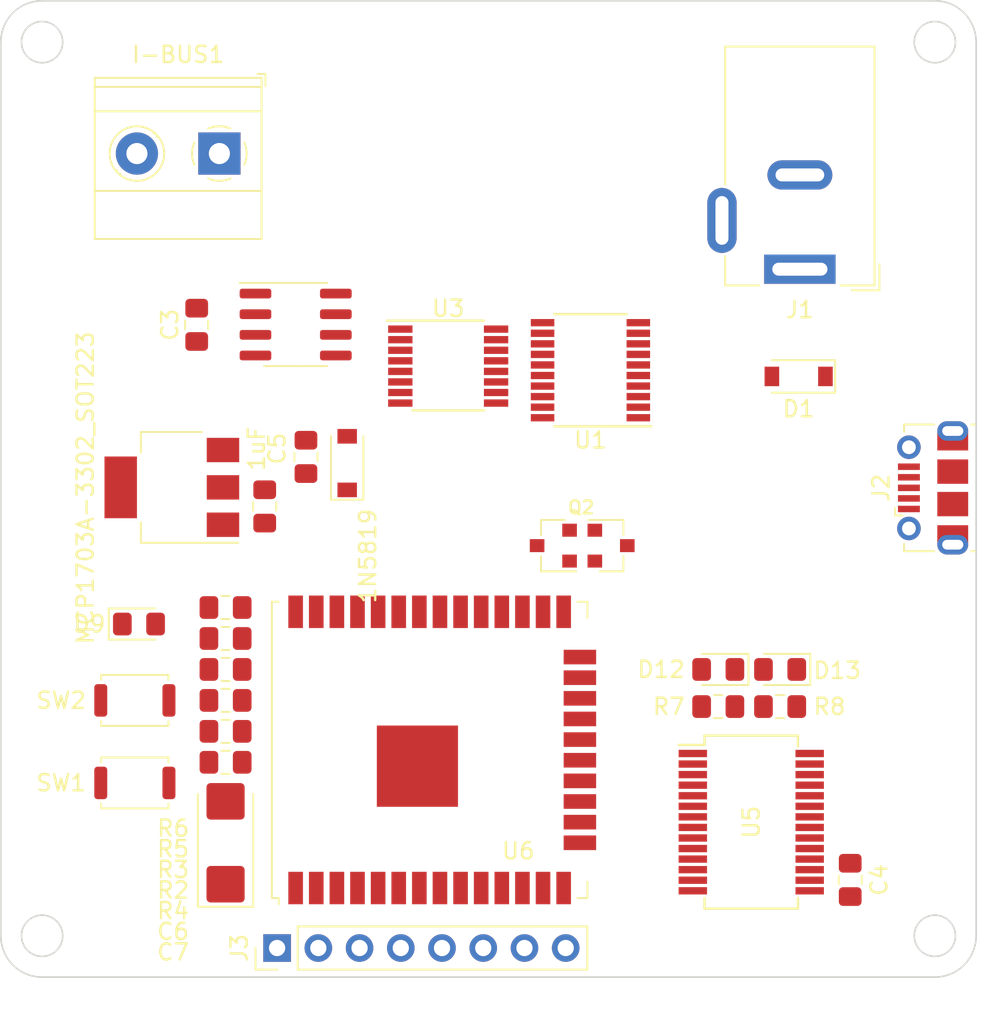
<source format=kicad_pcb>
(kicad_pcb (version 20171130) (host pcbnew 5.1.5+dfsg1-2build2)

  (general
    (thickness 1.6)
    (drawings 12)
    (tracks 0)
    (zones 0)
    (modules 32)
    (nets 33)
  )

  (page A4)
  (layers
    (0 F.Cu signal)
    (31 B.Cu signal)
    (32 B.Adhes user)
    (33 F.Adhes user)
    (34 B.Paste user)
    (35 F.Paste user)
    (36 B.SilkS user)
    (37 F.SilkS user)
    (38 B.Mask user)
    (39 F.Mask user)
    (40 Dwgs.User user)
    (41 Cmts.User user)
    (42 Eco1.User user)
    (43 Eco2.User user)
    (44 Edge.Cuts user)
    (45 Margin user)
    (46 B.CrtYd user)
    (47 F.CrtYd user)
    (48 B.Fab user)
    (49 F.Fab user)
  )

  (setup
    (last_trace_width 0.25)
    (user_trace_width 0.35)
    (user_trace_width 0.6)
    (trace_clearance 0.2)
    (zone_clearance 0.508)
    (zone_45_only no)
    (trace_min 0.1)
    (via_size 0.8)
    (via_drill 0.4)
    (via_min_size 0.4)
    (via_min_drill 0.3)
    (uvia_size 0.3)
    (uvia_drill 0.1)
    (uvias_allowed no)
    (uvia_min_size 0.2)
    (uvia_min_drill 0.1)
    (edge_width 0.1)
    (segment_width 0.2)
    (pcb_text_width 0.3)
    (pcb_text_size 1.5 1.5)
    (mod_edge_width 0.15)
    (mod_text_size 1 1)
    (mod_text_width 0.15)
    (pad_size 1.7 1.7)
    (pad_drill 1)
    (pad_to_mask_clearance 0)
    (aux_axis_origin 0 0)
    (visible_elements FFFFFF7F)
    (pcbplotparams
      (layerselection 0x010fc_ffffffff)
      (usegerberextensions false)
      (usegerberattributes false)
      (usegerberadvancedattributes false)
      (creategerberjobfile false)
      (excludeedgelayer true)
      (linewidth 0.100000)
      (plotframeref false)
      (viasonmask false)
      (mode 1)
      (useauxorigin false)
      (hpglpennumber 1)
      (hpglpenspeed 20)
      (hpglpendiameter 15.000000)
      (psnegative false)
      (psa4output false)
      (plotreference true)
      (plotvalue true)
      (plotinvisibletext false)
      (padsonsilk false)
      (subtractmaskfromsilk false)
      (outputformat 1)
      (mirror false)
      (drillshape 0)
      (scaleselection 1)
      (outputdirectory "plots/"))
  )

  (net 0 "")
  (net 1 GND)
  (net 2 VDD_3.3V)
  (net 3 VIN)
  (net 4 "Net-(C4-Pad1)")
  (net 5 VBUS)
  (net 6 "Net-(D1-Pad2)")
  (net 7 "Net-(D9-Pad2)")
  (net 8 "Net-(D12-Pad1)")
  (net 9 "Net-(D13-Pad1)")
  (net 10 CAN_H)
  (net 11 CAN_L)
  (net 12 USB_DP)
  (net 13 USB_DM)
  (net 14 RX_ESP32_CAN)
  (net 15 TX_ESP32_CAN)
  (net 16 RX_ESP32)
  (net 17 TX_ESP32)
  (net 18 RTS)
  (net 19 DTR)
  (net 20 IO0)
  (net 21 EN)
  (net 22 "Net-(R2-Pad2)")
  (net 23 "Net-(R3-Pad2)")
  (net 24 "Net-(R6-Pad2)")
  (net 25 "Net-(R7-Pad1)")
  (net 26 "Net-(R8-Pad1)")
  (net 27 "Net-(J3-Pad5)")
  (net 28 "Net-(J3-Pad4)")
  (net 29 "Net-(J3-Pad3)")
  (net 30 I2S_DIN)
  (net 31 I2S_WSEL)
  (net 32 I2S_BCLK)

  (net_class Default "This is the default net class."
    (clearance 0.2)
    (trace_width 0.25)
    (via_dia 0.8)
    (via_drill 0.4)
    (uvia_dia 0.3)
    (uvia_drill 0.1)
    (add_net CAN_H)
    (add_net CAN_L)
    (add_net DTR)
    (add_net EN)
    (add_net GND)
    (add_net I2S_BCLK)
    (add_net I2S_DIN)
    (add_net I2S_WSEL)
    (add_net IO0)
    (add_net "Net-(C4-Pad1)")
    (add_net "Net-(D1-Pad2)")
    (add_net "Net-(D12-Pad1)")
    (add_net "Net-(D13-Pad1)")
    (add_net "Net-(D9-Pad2)")
    (add_net "Net-(J2-Pad4)")
    (add_net "Net-(J3-Pad3)")
    (add_net "Net-(J3-Pad4)")
    (add_net "Net-(J3-Pad5)")
    (add_net "Net-(R2-Pad2)")
    (add_net "Net-(R3-Pad2)")
    (add_net "Net-(R6-Pad2)")
    (add_net "Net-(R7-Pad1)")
    (add_net "Net-(R8-Pad1)")
    (add_net "Net-(U1-Pad1)")
    (add_net "Net-(U1-Pad10)")
    (add_net "Net-(U1-Pad11)")
    (add_net "Net-(U1-Pad12)")
    (add_net "Net-(U1-Pad13)")
    (add_net "Net-(U1-Pad14)")
    (add_net "Net-(U1-Pad15)")
    (add_net "Net-(U1-Pad16)")
    (add_net "Net-(U1-Pad17)")
    (add_net "Net-(U1-Pad18)")
    (add_net "Net-(U1-Pad19)")
    (add_net "Net-(U1-Pad2)")
    (add_net "Net-(U1-Pad20)")
    (add_net "Net-(U1-Pad3)")
    (add_net "Net-(U1-Pad4)")
    (add_net "Net-(U1-Pad5)")
    (add_net "Net-(U1-Pad6)")
    (add_net "Net-(U1-Pad7)")
    (add_net "Net-(U1-Pad8)")
    (add_net "Net-(U1-Pad9)")
    (add_net "Net-(U3-Pad1)")
    (add_net "Net-(U3-Pad10)")
    (add_net "Net-(U3-Pad11)")
    (add_net "Net-(U3-Pad12)")
    (add_net "Net-(U3-Pad13)")
    (add_net "Net-(U3-Pad14)")
    (add_net "Net-(U3-Pad15)")
    (add_net "Net-(U3-Pad16)")
    (add_net "Net-(U3-Pad2)")
    (add_net "Net-(U3-Pad3)")
    (add_net "Net-(U3-Pad4)")
    (add_net "Net-(U3-Pad5)")
    (add_net "Net-(U3-Pad6)")
    (add_net "Net-(U3-Pad7)")
    (add_net "Net-(U3-Pad8)")
    (add_net "Net-(U3-Pad9)")
    (add_net "Net-(U5-Pad10)")
    (add_net "Net-(U5-Pad11)")
    (add_net "Net-(U5-Pad12)")
    (add_net "Net-(U5-Pad13)")
    (add_net "Net-(U5-Pad14)")
    (add_net "Net-(U5-Pad19)")
    (add_net "Net-(U5-Pad24)")
    (add_net "Net-(U5-Pad25)")
    (add_net "Net-(U5-Pad26)")
    (add_net "Net-(U5-Pad27)")
    (add_net "Net-(U5-Pad28)")
    (add_net "Net-(U5-Pad6)")
    (add_net "Net-(U5-Pad8)")
    (add_net "Net-(U5-Pad9)")
    (add_net "Net-(U6-Pad13)")
    (add_net "Net-(U6-Pad14)")
    (add_net "Net-(U6-Pad16)")
    (add_net "Net-(U6-Pad17)")
    (add_net "Net-(U6-Pad18)")
    (add_net "Net-(U6-Pad19)")
    (add_net "Net-(U6-Pad20)")
    (add_net "Net-(U6-Pad21)")
    (add_net "Net-(U6-Pad22)")
    (add_net "Net-(U6-Pad23)")
    (add_net "Net-(U6-Pad27)")
    (add_net "Net-(U6-Pad28)")
    (add_net "Net-(U6-Pad30)")
    (add_net "Net-(U6-Pad31)")
    (add_net "Net-(U6-Pad32)")
    (add_net "Net-(U6-Pad33)")
    (add_net "Net-(U6-Pad37)")
    (add_net "Net-(U6-Pad4)")
    (add_net "Net-(U6-Pad5)")
    (add_net "Net-(U6-Pad6)")
    (add_net "Net-(U6-Pad7)")
    (add_net "Net-(U7-Pad5)")
    (add_net "Net-(U7-Pad8)")
    (add_net RTS)
    (add_net RX_ESP32)
    (add_net RX_ESP32_CAN)
    (add_net TX_ESP32)
    (add_net TX_ESP32_CAN)
    (add_net USB_DM)
    (add_net USB_DP)
    (add_net VBUS)
    (add_net VDD_3.3V)
    (add_net VIN)
  )

  (module Package_SO:TSSOP-16_4.4x5mm_P0.65mm (layer F.Cu) (tedit 5A02F25C) (tstamp 5F36B9E4)
    (at 140.335 85.725)
    (descr "16-Lead Plastic Thin Shrink Small Outline (ST)-4.4 mm Body [TSSOP] (see Microchip Packaging Specification 00000049BS.pdf)")
    (tags "SSOP 0.65")
    (path /5F36A9E0)
    (attr smd)
    (fp_text reference U3 (at 0 -3.55) (layer F.SilkS)
      (effects (font (size 1 1) (thickness 0.15)))
    )
    (fp_text value MAX9720 (at 0 3.55) (layer F.Fab)
      (effects (font (size 1 1) (thickness 0.15)))
    )
    (fp_text user %R (at 0 0) (layer F.Fab)
      (effects (font (size 0.8 0.8) (thickness 0.15)))
    )
    (fp_line (start -3.775 -2.8) (end 2.2 -2.8) (layer F.SilkS) (width 0.15))
    (fp_line (start -2.2 2.725) (end 2.2 2.725) (layer F.SilkS) (width 0.15))
    (fp_line (start -3.95 2.8) (end 3.95 2.8) (layer F.CrtYd) (width 0.05))
    (fp_line (start -3.95 -2.9) (end 3.95 -2.9) (layer F.CrtYd) (width 0.05))
    (fp_line (start 3.95 -2.9) (end 3.95 2.8) (layer F.CrtYd) (width 0.05))
    (fp_line (start -3.95 -2.9) (end -3.95 2.8) (layer F.CrtYd) (width 0.05))
    (fp_line (start -2.2 -1.5) (end -1.2 -2.5) (layer F.Fab) (width 0.15))
    (fp_line (start -2.2 2.5) (end -2.2 -1.5) (layer F.Fab) (width 0.15))
    (fp_line (start 2.2 2.5) (end -2.2 2.5) (layer F.Fab) (width 0.15))
    (fp_line (start 2.2 -2.5) (end 2.2 2.5) (layer F.Fab) (width 0.15))
    (fp_line (start -1.2 -2.5) (end 2.2 -2.5) (layer F.Fab) (width 0.15))
    (pad 16 smd rect (at 2.95 -2.275) (size 1.5 0.45) (layers F.Cu F.Paste F.Mask))
    (pad 15 smd rect (at 2.95 -1.625) (size 1.5 0.45) (layers F.Cu F.Paste F.Mask))
    (pad 14 smd rect (at 2.95 -0.975) (size 1.5 0.45) (layers F.Cu F.Paste F.Mask))
    (pad 13 smd rect (at 2.95 -0.325) (size 1.5 0.45) (layers F.Cu F.Paste F.Mask))
    (pad 12 smd rect (at 2.95 0.325) (size 1.5 0.45) (layers F.Cu F.Paste F.Mask))
    (pad 11 smd rect (at 2.95 0.975) (size 1.5 0.45) (layers F.Cu F.Paste F.Mask))
    (pad 10 smd rect (at 2.95 1.625) (size 1.5 0.45) (layers F.Cu F.Paste F.Mask))
    (pad 9 smd rect (at 2.95 2.275) (size 1.5 0.45) (layers F.Cu F.Paste F.Mask))
    (pad 8 smd rect (at -2.95 2.275) (size 1.5 0.45) (layers F.Cu F.Paste F.Mask))
    (pad 7 smd rect (at -2.95 1.625) (size 1.5 0.45) (layers F.Cu F.Paste F.Mask))
    (pad 6 smd rect (at -2.95 0.975) (size 1.5 0.45) (layers F.Cu F.Paste F.Mask))
    (pad 5 smd rect (at -2.95 0.325) (size 1.5 0.45) (layers F.Cu F.Paste F.Mask))
    (pad 4 smd rect (at -2.95 -0.325) (size 1.5 0.45) (layers F.Cu F.Paste F.Mask))
    (pad 3 smd rect (at -2.95 -0.975) (size 1.5 0.45) (layers F.Cu F.Paste F.Mask))
    (pad 2 smd rect (at -2.95 -1.625) (size 1.5 0.45) (layers F.Cu F.Paste F.Mask))
    (pad 1 smd rect (at -2.95 -2.275) (size 1.5 0.45) (layers F.Cu F.Paste F.Mask))
    (model ${KISYS3DMOD}/Package_SO.3dshapes/TSSOP-16_4.4x5mm_P0.65mm.wrl
      (at (xyz 0 0 0))
      (scale (xyz 1 1 1))
      (rotate (xyz 0 0 0))
    )
  )

  (module Connector_BarrelJack:BarrelJack_Wuerth_6941xx301002 (layer F.Cu) (tedit 5B191DE1) (tstamp 5F36A979)
    (at 162 79.76 180)
    (descr "Wuerth electronics barrel jack connector (5.5mm outher diameter, inner diameter 2.05mm or 2.55mm depending on exact order number), See: http://katalog.we-online.de/em/datasheet/6941xx301002.pdf")
    (tags "connector barrel jack")
    (path /5F3E3D29)
    (fp_text reference J1 (at 0 -2.5) (layer F.SilkS)
      (effects (font (size 1 1) (thickness 0.15)))
    )
    (fp_text value Barrel_Jack (at 0 15.5) (layer F.Fab)
      (effects (font (size 1 1) (thickness 0.15)))
    )
    (fp_line (start -4.6 -1) (end -2.5 -1) (layer F.SilkS) (width 0.12))
    (fp_line (start 6.2 0.5) (end 5 0.5) (layer F.CrtYd) (width 0.05))
    (fp_line (start 6.2 5.5) (end 5 5.5) (layer F.CrtYd) (width 0.05))
    (fp_line (start 6.2 0.5) (end 6.2 5.5) (layer F.CrtYd) (width 0.05))
    (fp_line (start 5 0.5) (end 5 -1.4) (layer F.CrtYd) (width 0.05))
    (fp_line (start -5 14.1) (end 5 14.1) (layer F.CrtYd) (width 0.05))
    (fp_line (start -5 -1.4) (end -5 14.1) (layer F.CrtYd) (width 0.05))
    (fp_line (start 5 -1.4) (end -5 -1.4) (layer F.CrtYd) (width 0.05))
    (fp_line (start -4.9 -1.3) (end -4.9 0.3) (layer F.SilkS) (width 0.12))
    (fp_line (start -3.2 -1.3) (end -4.9 -1.3) (layer F.SilkS) (width 0.12))
    (fp_line (start 4.6 -1) (end 4.6 0.8) (layer F.SilkS) (width 0.12))
    (fp_line (start 2.5 -1) (end 4.6 -1) (layer F.SilkS) (width 0.12))
    (fp_line (start -4.6 13.7) (end -4.6 -1) (layer F.SilkS) (width 0.12))
    (fp_line (start 4.6 13.7) (end -4.6 13.7) (layer F.SilkS) (width 0.12))
    (fp_text user %R (at 0 7.5) (layer F.Fab)
      (effects (font (size 1 1) (thickness 0.15)))
    )
    (fp_line (start -4.5 13.6) (end -4.5 0.1) (layer F.Fab) (width 0.1))
    (fp_line (start 4.5 13.6) (end -4.5 13.6) (layer F.Fab) (width 0.1))
    (fp_line (start 4.5 -0.9) (end 4.5 13.6) (layer F.Fab) (width 0.1))
    (fp_line (start 4.5 -0.9) (end -3.5 -0.9) (layer F.Fab) (width 0.1))
    (fp_line (start -4.5 0.1) (end -3.5 -0.9) (layer F.Fab) (width 0.1))
    (fp_line (start 4.6 5.2) (end 4.6 13.7) (layer F.SilkS) (width 0.12))
    (fp_line (start 5 14.1) (end 5 5.5) (layer F.CrtYd) (width 0.05))
    (pad 1 thru_hole rect (at 0 0 180) (size 4.4 1.8) (drill oval 3.4 0.8) (layers *.Cu *.Mask)
      (net 6 "Net-(D1-Pad2)"))
    (pad 2 thru_hole oval (at 0 5.8 180) (size 4 1.8) (drill oval 3 0.8) (layers *.Cu *.Mask)
      (net 1 GND))
    (pad 3 thru_hole oval (at 4.8 3 270) (size 4 1.8) (drill oval 3 0.8) (layers *.Cu *.Mask))
    (model ${KISYS3DMOD}/Connector_BarrelJack.3dshapes/BarrelJack_Wuerth_6941xx301002.wrl
      (at (xyz 0 0 0))
      (scale (xyz 1 1 1))
      (rotate (xyz 0 0 0))
    )
  )

  (module Diode_SMD:D_SOD-123 (layer F.Cu) (tedit 58645DC7) (tstamp 5F36A86A)
    (at 161.925 86.36 180)
    (descr SOD-123)
    (tags SOD-123)
    (path /5F3E41C1)
    (attr smd)
    (fp_text reference D1 (at 0 -2) (layer F.SilkS)
      (effects (font (size 1 1) (thickness 0.15)))
    )
    (fp_text value 1N5819 (at 0 2.1) (layer F.Fab)
      (effects (font (size 1 1) (thickness 0.15)))
    )
    (fp_line (start -2.25 -1) (end 1.65 -1) (layer F.SilkS) (width 0.12))
    (fp_line (start -2.25 1) (end 1.65 1) (layer F.SilkS) (width 0.12))
    (fp_line (start -2.35 -1.15) (end -2.35 1.15) (layer F.CrtYd) (width 0.05))
    (fp_line (start 2.35 1.15) (end -2.35 1.15) (layer F.CrtYd) (width 0.05))
    (fp_line (start 2.35 -1.15) (end 2.35 1.15) (layer F.CrtYd) (width 0.05))
    (fp_line (start -2.35 -1.15) (end 2.35 -1.15) (layer F.CrtYd) (width 0.05))
    (fp_line (start -1.4 -0.9) (end 1.4 -0.9) (layer F.Fab) (width 0.1))
    (fp_line (start 1.4 -0.9) (end 1.4 0.9) (layer F.Fab) (width 0.1))
    (fp_line (start 1.4 0.9) (end -1.4 0.9) (layer F.Fab) (width 0.1))
    (fp_line (start -1.4 0.9) (end -1.4 -0.9) (layer F.Fab) (width 0.1))
    (fp_line (start -0.75 0) (end -0.35 0) (layer F.Fab) (width 0.1))
    (fp_line (start -0.35 0) (end -0.35 -0.55) (layer F.Fab) (width 0.1))
    (fp_line (start -0.35 0) (end -0.35 0.55) (layer F.Fab) (width 0.1))
    (fp_line (start -0.35 0) (end 0.25 -0.4) (layer F.Fab) (width 0.1))
    (fp_line (start 0.25 -0.4) (end 0.25 0.4) (layer F.Fab) (width 0.1))
    (fp_line (start 0.25 0.4) (end -0.35 0) (layer F.Fab) (width 0.1))
    (fp_line (start 0.25 0) (end 0.75 0) (layer F.Fab) (width 0.1))
    (fp_line (start -2.25 -1) (end -2.25 1) (layer F.SilkS) (width 0.12))
    (fp_text user %R (at 0 -2) (layer F.Fab)
      (effects (font (size 1 1) (thickness 0.15)))
    )
    (pad 2 smd rect (at 1.65 0 180) (size 0.9 1.2) (layers F.Cu F.Paste F.Mask)
      (net 6 "Net-(D1-Pad2)"))
    (pad 1 smd rect (at -1.65 0 180) (size 0.9 1.2) (layers F.Cu F.Paste F.Mask)
      (net 3 VIN))
    (model ${KISYS3DMOD}/Diode_SMD.3dshapes/D_SOD-123.wrl
      (at (xyz 0 0 0))
      (scale (xyz 1 1 1))
      (rotate (xyz 0 0 0))
    )
  )

  (module Package_SO:TSSOP-20_4.4x6.5mm_P0.65mm (layer F.Cu) (tedit 5A02F25C) (tstamp 5F366DC3)
    (at 149.098 85.979 180)
    (descr "20-Lead Plastic Thin Shrink Small Outline (ST)-4.4 mm Body [TSSOP] (see Microchip Packaging Specification 00000049BS.pdf)")
    (tags "SSOP 0.65")
    (path /5F369615)
    (attr smd)
    (fp_text reference U1 (at 0 -4.3) (layer F.SilkS)
      (effects (font (size 1 1) (thickness 0.15)))
    )
    (fp_text value PCM5100 (at 0 4.3) (layer F.Fab)
      (effects (font (size 1 1) (thickness 0.15)))
    )
    (fp_text user %R (at 0 0) (layer F.Fab)
      (effects (font (size 0.8 0.8) (thickness 0.15)))
    )
    (fp_line (start -3.75 -3.45) (end 2.225 -3.45) (layer F.SilkS) (width 0.15))
    (fp_line (start -2.225 3.45) (end 2.225 3.45) (layer F.SilkS) (width 0.15))
    (fp_line (start -3.95 3.55) (end 3.95 3.55) (layer F.CrtYd) (width 0.05))
    (fp_line (start -3.95 -3.55) (end 3.95 -3.55) (layer F.CrtYd) (width 0.05))
    (fp_line (start 3.95 -3.55) (end 3.95 3.55) (layer F.CrtYd) (width 0.05))
    (fp_line (start -3.95 -3.55) (end -3.95 3.55) (layer F.CrtYd) (width 0.05))
    (fp_line (start -2.2 -2.25) (end -1.2 -3.25) (layer F.Fab) (width 0.15))
    (fp_line (start -2.2 3.25) (end -2.2 -2.25) (layer F.Fab) (width 0.15))
    (fp_line (start 2.2 3.25) (end -2.2 3.25) (layer F.Fab) (width 0.15))
    (fp_line (start 2.2 -3.25) (end 2.2 3.25) (layer F.Fab) (width 0.15))
    (fp_line (start -1.2 -3.25) (end 2.2 -3.25) (layer F.Fab) (width 0.15))
    (pad 20 smd rect (at 2.95 -2.925 180) (size 1.45 0.45) (layers F.Cu F.Paste F.Mask))
    (pad 19 smd rect (at 2.95 -2.275 180) (size 1.45 0.45) (layers F.Cu F.Paste F.Mask))
    (pad 18 smd rect (at 2.95 -1.625 180) (size 1.45 0.45) (layers F.Cu F.Paste F.Mask))
    (pad 17 smd rect (at 2.95 -0.975 180) (size 1.45 0.45) (layers F.Cu F.Paste F.Mask))
    (pad 16 smd rect (at 2.95 -0.325 180) (size 1.45 0.45) (layers F.Cu F.Paste F.Mask))
    (pad 15 smd rect (at 2.95 0.325 180) (size 1.45 0.45) (layers F.Cu F.Paste F.Mask))
    (pad 14 smd rect (at 2.95 0.975 180) (size 1.45 0.45) (layers F.Cu F.Paste F.Mask))
    (pad 13 smd rect (at 2.95 1.625 180) (size 1.45 0.45) (layers F.Cu F.Paste F.Mask))
    (pad 12 smd rect (at 2.95 2.275 180) (size 1.45 0.45) (layers F.Cu F.Paste F.Mask))
    (pad 11 smd rect (at 2.95 2.925 180) (size 1.45 0.45) (layers F.Cu F.Paste F.Mask))
    (pad 10 smd rect (at -2.95 2.925 180) (size 1.45 0.45) (layers F.Cu F.Paste F.Mask))
    (pad 9 smd rect (at -2.95 2.275 180) (size 1.45 0.45) (layers F.Cu F.Paste F.Mask))
    (pad 8 smd rect (at -2.95 1.625 180) (size 1.45 0.45) (layers F.Cu F.Paste F.Mask))
    (pad 7 smd rect (at -2.95 0.975 180) (size 1.45 0.45) (layers F.Cu F.Paste F.Mask))
    (pad 6 smd rect (at -2.95 0.325 180) (size 1.45 0.45) (layers F.Cu F.Paste F.Mask))
    (pad 5 smd rect (at -2.95 -0.325 180) (size 1.45 0.45) (layers F.Cu F.Paste F.Mask))
    (pad 4 smd rect (at -2.95 -0.975 180) (size 1.45 0.45) (layers F.Cu F.Paste F.Mask))
    (pad 3 smd rect (at -2.95 -1.625 180) (size 1.45 0.45) (layers F.Cu F.Paste F.Mask))
    (pad 2 smd rect (at -2.95 -2.275 180) (size 1.45 0.45) (layers F.Cu F.Paste F.Mask))
    (pad 1 smd rect (at -2.95 -2.925 180) (size 1.45 0.45) (layers F.Cu F.Paste F.Mask))
    (model ${KISYS3DMOD}/Package_SO.3dshapes/TSSOP-20_4.4x6.5mm_P0.65mm.wrl
      (at (xyz 0 0 0))
      (scale (xyz 1 1 1))
      (rotate (xyz 0 0 0))
    )
  )

  (module Resistor_SMD:R_0805_2012Metric_Pad1.15x1.40mm_HandSolder (layer F.Cu) (tedit 5B36C52B) (tstamp 5F31BE85)
    (at 126.619 104.394 180)
    (descr "Resistor SMD 0805 (2012 Metric), square (rectangular) end terminal, IPC_7351 nominal with elongated pad for handsoldering. (Body size source: https://docs.google.com/spreadsheets/d/1BsfQQcO9C6DZCsRaXUlFlo91Tg2WpOkGARC1WS5S8t0/edit?usp=sharing), generated with kicad-footprint-generator")
    (tags "resistor handsolder")
    (path /5F41B4D5)
    (attr smd)
    (fp_text reference R3 (at 2.159 -12.319) (layer F.SilkS)
      (effects (font (size 1 1) (thickness 0.15)) (justify right))
    )
    (fp_text value 470 (at 0 1.65) (layer F.Fab)
      (effects (font (size 1 1) (thickness 0.15)))
    )
    (fp_text user %R (at 0 0) (layer F.Fab)
      (effects (font (size 0.5 0.5) (thickness 0.08)))
    )
    (fp_line (start 1.85 0.95) (end -1.85 0.95) (layer F.CrtYd) (width 0.05))
    (fp_line (start 1.85 -0.95) (end 1.85 0.95) (layer F.CrtYd) (width 0.05))
    (fp_line (start -1.85 -0.95) (end 1.85 -0.95) (layer F.CrtYd) (width 0.05))
    (fp_line (start -1.85 0.95) (end -1.85 -0.95) (layer F.CrtYd) (width 0.05))
    (fp_line (start -0.261252 0.71) (end 0.261252 0.71) (layer F.SilkS) (width 0.12))
    (fp_line (start -0.261252 -0.71) (end 0.261252 -0.71) (layer F.SilkS) (width 0.12))
    (fp_line (start 1 0.6) (end -1 0.6) (layer F.Fab) (width 0.1))
    (fp_line (start 1 -0.6) (end 1 0.6) (layer F.Fab) (width 0.1))
    (fp_line (start -1 -0.6) (end 1 -0.6) (layer F.Fab) (width 0.1))
    (fp_line (start -1 0.6) (end -1 -0.6) (layer F.Fab) (width 0.1))
    (pad 2 smd roundrect (at 1.025 0 180) (size 1.15 1.4) (layers F.Cu F.Paste F.Mask) (roundrect_rratio 0.217391)
      (net 23 "Net-(R3-Pad2)"))
    (pad 1 smd roundrect (at -1.025 0 180) (size 1.15 1.4) (layers F.Cu F.Paste F.Mask) (roundrect_rratio 0.217391)
      (net 20 IO0))
    (model ${KISYS3DMOD}/Resistor_SMD.3dshapes/R_0805_2012Metric.wrl
      (at (xyz 0 0 0))
      (scale (xyz 1 1 1))
      (rotate (xyz 0 0 0))
    )
  )

  (module Resistor_SMD:R_0805_2012Metric_Pad1.15x1.40mm_HandSolder (layer F.Cu) (tedit 5B36C52B) (tstamp 5F31BEB5)
    (at 126.619 100.584)
    (descr "Resistor SMD 0805 (2012 Metric), square (rectangular) end terminal, IPC_7351 nominal with elongated pad for handsoldering. (Body size source: https://docs.google.com/spreadsheets/d/1BsfQQcO9C6DZCsRaXUlFlo91Tg2WpOkGARC1WS5S8t0/edit?usp=sharing), generated with kicad-footprint-generator")
    (tags "resistor handsolder")
    (path /5F457718)
    (attr smd)
    (fp_text reference R6 (at -2.15 13.589) (layer F.SilkS)
      (effects (font (size 1 1) (thickness 0.15)) (justify right))
    )
    (fp_text value 470 (at 0 1.65) (layer F.Fab)
      (effects (font (size 1 1) (thickness 0.15)))
    )
    (fp_text user %R (at 0 0) (layer F.Fab)
      (effects (font (size 0.5 0.5) (thickness 0.08)))
    )
    (fp_line (start 1.85 0.95) (end -1.85 0.95) (layer F.CrtYd) (width 0.05))
    (fp_line (start 1.85 -0.95) (end 1.85 0.95) (layer F.CrtYd) (width 0.05))
    (fp_line (start -1.85 -0.95) (end 1.85 -0.95) (layer F.CrtYd) (width 0.05))
    (fp_line (start -1.85 0.95) (end -1.85 -0.95) (layer F.CrtYd) (width 0.05))
    (fp_line (start -0.261252 0.71) (end 0.261252 0.71) (layer F.SilkS) (width 0.12))
    (fp_line (start -0.261252 -0.71) (end 0.261252 -0.71) (layer F.SilkS) (width 0.12))
    (fp_line (start 1 0.6) (end -1 0.6) (layer F.Fab) (width 0.1))
    (fp_line (start 1 -0.6) (end 1 0.6) (layer F.Fab) (width 0.1))
    (fp_line (start -1 -0.6) (end 1 -0.6) (layer F.Fab) (width 0.1))
    (fp_line (start -1 0.6) (end -1 -0.6) (layer F.Fab) (width 0.1))
    (pad 2 smd roundrect (at 1.025 0) (size 1.15 1.4) (layers F.Cu F.Paste F.Mask) (roundrect_rratio 0.217391)
      (net 24 "Net-(R6-Pad2)"))
    (pad 1 smd roundrect (at -1.025 0) (size 1.15 1.4) (layers F.Cu F.Paste F.Mask) (roundrect_rratio 0.217391)
      (net 7 "Net-(D9-Pad2)"))
    (model ${KISYS3DMOD}/Resistor_SMD.3dshapes/R_0805_2012Metric.wrl
      (at (xyz 0 0 0))
      (scale (xyz 1 1 1))
      (rotate (xyz 0 0 0))
    )
  )

  (module Diode_SMD:D_SOD-123 (layer F.Cu) (tedit 58645DC7) (tstamp 5F31AF64)
    (at 134.112 91.694 90)
    (descr SOD-123)
    (tags SOD-123)
    (path /5F43801F)
    (attr smd)
    (fp_text reference D10 (at 0 0 -90) (layer F.SilkS) hide
      (effects (font (size 0.8 0.8) (thickness 0.15)))
    )
    (fp_text value 1N5819 (at -5.715 1.27 -90) (layer F.SilkS)
      (effects (font (size 1 1) (thickness 0.15)))
    )
    (fp_line (start -2.25 -1) (end 1.65 -1) (layer F.SilkS) (width 0.12))
    (fp_line (start -2.25 1) (end 1.65 1) (layer F.SilkS) (width 0.12))
    (fp_line (start -2.35 -1.15) (end -2.35 1.15) (layer F.CrtYd) (width 0.05))
    (fp_line (start 2.35 1.15) (end -2.35 1.15) (layer F.CrtYd) (width 0.05))
    (fp_line (start 2.35 -1.15) (end 2.35 1.15) (layer F.CrtYd) (width 0.05))
    (fp_line (start -2.35 -1.15) (end 2.35 -1.15) (layer F.CrtYd) (width 0.05))
    (fp_line (start -1.4 -0.9) (end 1.4 -0.9) (layer F.Fab) (width 0.1))
    (fp_line (start 1.4 -0.9) (end 1.4 0.9) (layer F.Fab) (width 0.1))
    (fp_line (start 1.4 0.9) (end -1.4 0.9) (layer F.Fab) (width 0.1))
    (fp_line (start -1.4 0.9) (end -1.4 -0.9) (layer F.Fab) (width 0.1))
    (fp_line (start -0.75 0) (end -0.35 0) (layer F.Fab) (width 0.1))
    (fp_line (start -0.35 0) (end -0.35 -0.55) (layer F.Fab) (width 0.1))
    (fp_line (start -0.35 0) (end -0.35 0.55) (layer F.Fab) (width 0.1))
    (fp_line (start -0.35 0) (end 0.25 -0.4) (layer F.Fab) (width 0.1))
    (fp_line (start 0.25 -0.4) (end 0.25 0.4) (layer F.Fab) (width 0.1))
    (fp_line (start 0.25 0.4) (end -0.35 0) (layer F.Fab) (width 0.1))
    (fp_line (start 0.25 0) (end 0.75 0) (layer F.Fab) (width 0.1))
    (fp_line (start -2.25 -1) (end -2.25 1) (layer F.SilkS) (width 0.12))
    (fp_text user %R (at 0.25 0 -90) (layer F.Fab)
      (effects (font (size 1 1) (thickness 0.15)))
    )
    (pad 2 smd rect (at 1.65 0 90) (size 0.9 1.2) (layers F.Cu F.Paste F.Mask)
      (net 5 VBUS))
    (pad 1 smd rect (at -1.65 0 90) (size 0.9 1.2) (layers F.Cu F.Paste F.Mask)
      (net 3 VIN))
    (model ${KISYS3DMOD}/Diode_SMD.3dshapes/D_SOD-123.wrl
      (at (xyz 0 0 0))
      (scale (xyz 1 1 1))
      (rotate (xyz 0 0 0))
    )
  )

  (module LED_SMD:LED_0805_2012Metric_Pad1.15x1.40mm_HandSolder (layer F.Cu) (tedit 5B4B45C9) (tstamp 5F31BF17)
    (at 121.285 101.6)
    (descr "LED SMD 0805 (2012 Metric), square (rectangular) end terminal, IPC_7351 nominal, (Body size source: https://docs.google.com/spreadsheets/d/1BsfQQcO9C6DZCsRaXUlFlo91Tg2WpOkGARC1WS5S8t0/edit?usp=sharing), generated with kicad-footprint-generator")
    (tags "LED handsolder")
    (path /5F455DEF)
    (attr smd)
    (fp_text reference D9 (at -3.048 0) (layer F.SilkS)
      (effects (font (size 1 1) (thickness 0.15)))
    )
    (fp_text value LED_IO2 (at 0 1.65) (layer F.Fab)
      (effects (font (size 1 1) (thickness 0.15)))
    )
    (fp_line (start 1 -0.6) (end -0.7 -0.6) (layer F.Fab) (width 0.1))
    (fp_line (start -0.7 -0.6) (end -1 -0.3) (layer F.Fab) (width 0.1))
    (fp_line (start -1 -0.3) (end -1 0.6) (layer F.Fab) (width 0.1))
    (fp_line (start -1 0.6) (end 1 0.6) (layer F.Fab) (width 0.1))
    (fp_line (start 1 0.6) (end 1 -0.6) (layer F.Fab) (width 0.1))
    (fp_line (start 1 -0.96) (end -1.86 -0.96) (layer F.SilkS) (width 0.12))
    (fp_line (start -1.86 -0.96) (end -1.86 0.96) (layer F.SilkS) (width 0.12))
    (fp_line (start -1.86 0.96) (end 1 0.96) (layer F.SilkS) (width 0.12))
    (fp_line (start -1.85 0.95) (end -1.85 -0.95) (layer F.CrtYd) (width 0.05))
    (fp_line (start -1.85 -0.95) (end 1.85 -0.95) (layer F.CrtYd) (width 0.05))
    (fp_line (start 1.85 -0.95) (end 1.85 0.95) (layer F.CrtYd) (width 0.05))
    (fp_line (start 1.85 0.95) (end -1.85 0.95) (layer F.CrtYd) (width 0.05))
    (fp_text user %R (at 0 0) (layer F.Fab)
      (effects (font (size 0.5 0.5) (thickness 0.08)))
    )
    (pad 1 smd roundrect (at -1.025 0) (size 1.15 1.4) (layers F.Cu F.Paste F.Mask) (roundrect_rratio 0.217391)
      (net 1 GND))
    (pad 2 smd roundrect (at 1.025 0) (size 1.15 1.4) (layers F.Cu F.Paste F.Mask) (roundrect_rratio 0.217391)
      (net 7 "Net-(D9-Pad2)"))
    (model ${KISYS3DMOD}/LED_SMD.3dshapes/LED_0805_2012Metric.wrl
      (at (xyz 0 0 0))
      (scale (xyz 1 1 1))
      (rotate (xyz 0 0 0))
    )
  )

  (module Connector_USB:USB_Micro-B_Molex-105017-0001 (layer F.Cu) (tedit 5A1DC0BE) (tstamp 5F31AE78)
    (at 170.18 93.218 90)
    (descr http://www.molex.com/pdm_docs/sd/1050170001_sd.pdf)
    (tags "Micro-USB SMD Typ-B")
    (path /5F431498)
    (attr smd)
    (fp_text reference J2 (at 0 -3.175 90) (layer F.SilkS)
      (effects (font (size 1 1) (thickness 0.15)))
    )
    (fp_text value USB_B_Micro (at 0 0.635 90) (layer F.Fab)
      (effects (font (size 1 1) (thickness 0.15)))
    )
    (fp_line (start -1.1 -2.1225) (end -1.1 -1.9125) (layer F.Fab) (width 0.1))
    (fp_line (start -1.5 -2.1225) (end -1.5 -1.9125) (layer F.Fab) (width 0.1))
    (fp_line (start -1.5 -2.1225) (end -1.1 -2.1225) (layer F.Fab) (width 0.1))
    (fp_line (start -1.1 -1.9125) (end -1.3 -1.7125) (layer F.Fab) (width 0.1))
    (fp_line (start -1.3 -1.7125) (end -1.5 -1.9125) (layer F.Fab) (width 0.1))
    (fp_line (start -1.7 -2.3125) (end -1.7 -1.8625) (layer F.SilkS) (width 0.12))
    (fp_line (start -1.7 -2.3125) (end -1.25 -2.3125) (layer F.SilkS) (width 0.12))
    (fp_line (start 3.9 -1.7625) (end 3.45 -1.7625) (layer F.SilkS) (width 0.12))
    (fp_line (start 3.9 0.0875) (end 3.9 -1.7625) (layer F.SilkS) (width 0.12))
    (fp_line (start -3.9 2.6375) (end -3.9 2.3875) (layer F.SilkS) (width 0.12))
    (fp_line (start -3.75 3.3875) (end -3.75 -1.6125) (layer F.Fab) (width 0.1))
    (fp_line (start -3.75 -1.6125) (end 3.75 -1.6125) (layer F.Fab) (width 0.1))
    (fp_line (start -3.75 3.389204) (end 3.75 3.389204) (layer F.Fab) (width 0.1))
    (fp_line (start -3 2.689204) (end 3 2.689204) (layer F.Fab) (width 0.1))
    (fp_line (start 3.75 3.3875) (end 3.75 -1.6125) (layer F.Fab) (width 0.1))
    (fp_line (start 3.9 2.6375) (end 3.9 2.3875) (layer F.SilkS) (width 0.12))
    (fp_line (start -3.9 0.0875) (end -3.9 -1.7625) (layer F.SilkS) (width 0.12))
    (fp_line (start -3.9 -1.7625) (end -3.45 -1.7625) (layer F.SilkS) (width 0.12))
    (fp_line (start -4.4 3.64) (end -4.4 -2.46) (layer F.CrtYd) (width 0.05))
    (fp_line (start -4.4 -2.46) (end 4.4 -2.46) (layer F.CrtYd) (width 0.05))
    (fp_line (start 4.4 -2.46) (end 4.4 3.64) (layer F.CrtYd) (width 0.05))
    (fp_line (start -4.4 3.64) (end 4.4 3.64) (layer F.CrtYd) (width 0.05))
    (fp_text user %R (at 0 0.8875 90) (layer F.Fab)
      (effects (font (size 1 1) (thickness 0.15)))
    )
    (fp_text user "PCB Edge" (at 0 2.6875 90) (layer Dwgs.User)
      (effects (font (size 0.5 0.5) (thickness 0.08)))
    )
    (pad 6 smd rect (at -2.9 1.2375 90) (size 1.2 1.9) (layers F.Cu F.Mask)
      (net 1 GND))
    (pad 6 smd rect (at 2.9 1.2375 90) (size 1.2 1.9) (layers F.Cu F.Mask)
      (net 1 GND))
    (pad 6 thru_hole oval (at 3.5 1.2375 90) (size 1.2 1.9) (drill oval 0.6 1.3) (layers *.Cu *.Mask)
      (net 1 GND))
    (pad 6 thru_hole oval (at -3.5 1.2375 270) (size 1.2 1.9) (drill oval 0.6 1.3) (layers *.Cu *.Mask)
      (net 1 GND))
    (pad 6 smd rect (at -1 1.2375 90) (size 1.5 1.9) (layers F.Cu F.Paste F.Mask)
      (net 1 GND))
    (pad 6 thru_hole circle (at 2.5 -1.4625 90) (size 1.45 1.45) (drill 0.85) (layers *.Cu *.Mask)
      (net 1 GND))
    (pad 3 smd rect (at 0 -1.4625 90) (size 0.4 1.35) (layers F.Cu F.Paste F.Mask)
      (net 12 USB_DP))
    (pad 4 smd rect (at 0.65 -1.4625 90) (size 0.4 1.35) (layers F.Cu F.Paste F.Mask))
    (pad 5 smd rect (at 1.3 -1.4625 90) (size 0.4 1.35) (layers F.Cu F.Paste F.Mask)
      (net 1 GND))
    (pad 1 smd rect (at -1.3 -1.4625 90) (size 0.4 1.35) (layers F.Cu F.Paste F.Mask)
      (net 5 VBUS))
    (pad 2 smd rect (at -0.65 -1.4625 90) (size 0.4 1.35) (layers F.Cu F.Paste F.Mask)
      (net 13 USB_DM))
    (pad 6 thru_hole circle (at -2.5 -1.4625 90) (size 1.45 1.45) (drill 0.85) (layers *.Cu *.Mask)
      (net 1 GND))
    (pad 6 smd rect (at 1 1.2375 90) (size 1.5 1.9) (layers F.Cu F.Paste F.Mask)
      (net 1 GND))
    (model ${KISYS3DMOD}/Connector_USB.3dshapes/USB_Micro-B_Molex-105017-0001.wrl
      (at (xyz 0 0 0))
      (scale (xyz 1 1 1))
      (rotate (xyz 0 0 0))
    )
  )

  (module TerminalBlock_Phoenix:TerminalBlock_Phoenix_MKDS-1,5-2-5.08_1x02_P5.08mm_Horizontal (layer F.Cu) (tedit 5B294EBC) (tstamp 5F31AE32)
    (at 126.238 72.644 180)
    (descr "Terminal Block Phoenix MKDS-1,5-2-5.08, 2 pins, pitch 5.08mm, size 10.2x9.8mm^2, drill diamater 1.3mm, pad diameter 2.6mm, see http://www.farnell.com/datasheets/100425.pdf, script-generated using https://github.com/pointhi/kicad-footprint-generator/scripts/TerminalBlock_Phoenix")
    (tags "THT Terminal Block Phoenix MKDS-1,5-2-5.08 pitch 5.08mm size 10.2x9.8mm^2 drill 1.3mm pad 2.6mm")
    (path /5F317B0C)
    (fp_text reference I-BUS1 (at 2.54 6.096 180) (layer F.SilkS)
      (effects (font (size 1 1) (thickness 0.15)))
    )
    (fp_text value Screw_Terminal_01x02 (at 3.302 3.556) (layer F.Fab) hide
      (effects (font (size 1 1) (thickness 0.15)))
    )
    (fp_text user %R (at 2.54 5.969) (layer F.Fab)
      (effects (font (size 1 1) (thickness 0.15)))
    )
    (fp_line (start 8.13 -5.71) (end -3.04 -5.71) (layer F.CrtYd) (width 0.05))
    (fp_line (start 8.13 5.1) (end 8.13 -5.71) (layer F.CrtYd) (width 0.05))
    (fp_line (start -3.04 5.1) (end 8.13 5.1) (layer F.CrtYd) (width 0.05))
    (fp_line (start -3.04 -5.71) (end -3.04 5.1) (layer F.CrtYd) (width 0.05))
    (fp_line (start -2.84 4.9) (end -2.34 4.9) (layer F.SilkS) (width 0.12))
    (fp_line (start -2.84 4.16) (end -2.84 4.9) (layer F.SilkS) (width 0.12))
    (fp_line (start 3.853 1.023) (end 3.806 1.069) (layer F.SilkS) (width 0.12))
    (fp_line (start 6.15 -1.275) (end 6.115 -1.239) (layer F.SilkS) (width 0.12))
    (fp_line (start 4.046 1.239) (end 4.011 1.274) (layer F.SilkS) (width 0.12))
    (fp_line (start 6.355 -1.069) (end 6.308 -1.023) (layer F.SilkS) (width 0.12))
    (fp_line (start 6.035 -1.138) (end 3.943 0.955) (layer F.Fab) (width 0.1))
    (fp_line (start 6.218 -0.955) (end 4.126 1.138) (layer F.Fab) (width 0.1))
    (fp_line (start 0.955 -1.138) (end -1.138 0.955) (layer F.Fab) (width 0.1))
    (fp_line (start 1.138 -0.955) (end -0.955 1.138) (layer F.Fab) (width 0.1))
    (fp_line (start 7.68 -5.261) (end 7.68 4.66) (layer F.SilkS) (width 0.12))
    (fp_line (start -2.6 -5.261) (end -2.6 4.66) (layer F.SilkS) (width 0.12))
    (fp_line (start -2.6 4.66) (end 7.68 4.66) (layer F.SilkS) (width 0.12))
    (fp_line (start -2.6 -5.261) (end 7.68 -5.261) (layer F.SilkS) (width 0.12))
    (fp_line (start -2.6 -2.301) (end 7.68 -2.301) (layer F.SilkS) (width 0.12))
    (fp_line (start -2.54 -2.3) (end 7.62 -2.3) (layer F.Fab) (width 0.1))
    (fp_line (start -2.6 2.6) (end 7.68 2.6) (layer F.SilkS) (width 0.12))
    (fp_line (start -2.54 2.6) (end 7.62 2.6) (layer F.Fab) (width 0.1))
    (fp_line (start -2.6 4.1) (end 7.68 4.1) (layer F.SilkS) (width 0.12))
    (fp_line (start -2.54 4.1) (end 7.62 4.1) (layer F.Fab) (width 0.1))
    (fp_line (start -2.54 4.1) (end -2.54 -5.2) (layer F.Fab) (width 0.1))
    (fp_line (start -2.04 4.6) (end -2.54 4.1) (layer F.Fab) (width 0.1))
    (fp_line (start 7.62 4.6) (end -2.04 4.6) (layer F.Fab) (width 0.1))
    (fp_line (start 7.62 -5.2) (end 7.62 4.6) (layer F.Fab) (width 0.1))
    (fp_line (start -2.54 -5.2) (end 7.62 -5.2) (layer F.Fab) (width 0.1))
    (fp_circle (center 5.08 0) (end 6.76 0) (layer F.SilkS) (width 0.12))
    (fp_circle (center 5.08 0) (end 6.58 0) (layer F.Fab) (width 0.1))
    (fp_circle (center 0 0) (end 1.5 0) (layer F.Fab) (width 0.1))
    (fp_arc (start 0 0) (end -0.684 1.535) (angle -25) (layer F.SilkS) (width 0.12))
    (fp_arc (start 0 0) (end -1.535 -0.684) (angle -48) (layer F.SilkS) (width 0.12))
    (fp_arc (start 0 0) (end 0.684 -1.535) (angle -48) (layer F.SilkS) (width 0.12))
    (fp_arc (start 0 0) (end 1.535 0.684) (angle -48) (layer F.SilkS) (width 0.12))
    (fp_arc (start 0 0) (end 0 1.68) (angle -24) (layer F.SilkS) (width 0.12))
    (pad 2 thru_hole circle (at 5.08 0 180) (size 2.6 2.6) (drill 1.3) (layers *.Cu *.Mask)
      (net 11 CAN_L))
    (pad 1 thru_hole rect (at 0 0 180) (size 2.6 2.6) (drill 1.3) (layers *.Cu *.Mask)
      (net 10 CAN_H))
    (model ${KISYS3DMOD}/TerminalBlock_Phoenix.3dshapes/TerminalBlock_Phoenix_MKDS-1,5-2-5.08_1x02_P5.08mm_Horizontal.wrl
      (at (xyz 0 0 0))
      (scale (xyz 1 1 1))
      (rotate (xyz 0 0 0))
    )
  )

  (module Package_TO_SOT_SMD:SOT-23 (layer F.Cu) (tedit 5A02FF57) (tstamp 5F31AE1C)
    (at 150.368 96.774)
    (descr "SOT-23, Standard")
    (tags SOT-23)
    (path /5F4B97ED)
    (attr smd)
    (fp_text reference Q2 (at -1.8415 -2.3495 180) (layer F.SilkS)
      (effects (font (size 0.8 0.8) (thickness 0.15)))
    )
    (fp_text value BSS138 (at 2.413 -0.508 90) (layer F.Fab)
      (effects (font (size 1 1) (thickness 0.15)))
    )
    (fp_line (start 0.76 1.58) (end -0.7 1.58) (layer F.SilkS) (width 0.12))
    (fp_line (start 0.76 -1.58) (end -1.4 -1.58) (layer F.SilkS) (width 0.12))
    (fp_line (start -1.7 1.75) (end -1.7 -1.75) (layer F.CrtYd) (width 0.05))
    (fp_line (start 1.7 1.75) (end -1.7 1.75) (layer F.CrtYd) (width 0.05))
    (fp_line (start 1.7 -1.75) (end 1.7 1.75) (layer F.CrtYd) (width 0.05))
    (fp_line (start -1.7 -1.75) (end 1.7 -1.75) (layer F.CrtYd) (width 0.05))
    (fp_line (start 0.76 -1.58) (end 0.76 -0.65) (layer F.SilkS) (width 0.12))
    (fp_line (start 0.76 1.58) (end 0.76 0.65) (layer F.SilkS) (width 0.12))
    (fp_line (start -0.7 1.52) (end 0.7 1.52) (layer F.Fab) (width 0.1))
    (fp_line (start 0.7 -1.52) (end 0.7 1.52) (layer F.Fab) (width 0.1))
    (fp_line (start -0.7 -0.95) (end -0.15 -1.52) (layer F.Fab) (width 0.1))
    (fp_line (start -0.15 -1.52) (end 0.7 -1.52) (layer F.Fab) (width 0.1))
    (fp_line (start -0.7 -0.95) (end -0.7 1.5) (layer F.Fab) (width 0.1))
    (fp_text user %R (at 0 0 90) (layer F.Fab)
      (effects (font (size 0.5 0.5) (thickness 0.075)))
    )
    (pad 3 smd rect (at 1 0) (size 0.9 0.8) (layers F.Cu F.Paste F.Mask)
      (net 21 EN))
    (pad 2 smd rect (at -1 0.95) (size 0.9 0.8) (layers F.Cu F.Paste F.Mask)
      (net 18 RTS))
    (pad 1 smd rect (at -1 -0.95) (size 0.9 0.8) (layers F.Cu F.Paste F.Mask)
      (net 19 DTR))
    (model ${KISYS3DMOD}/Package_TO_SOT_SMD.3dshapes/SOT-23.wrl
      (at (xyz 0 0 0))
      (scale (xyz 1 1 1))
      (rotate (xyz 0 0 0))
    )
  )

  (module Package_TO_SOT_SMD:SOT-23 (layer F.Cu) (tedit 5A02FF57) (tstamp 5F31AE08)
    (at 146.812 96.774 180)
    (descr "SOT-23, Standard")
    (tags SOT-23)
    (path /5F4B9C1D)
    (attr smd)
    (fp_text reference Q1 (at -0.254 -0.127) (layer F.SilkS) hide
      (effects (font (size 1 1) (thickness 0.15)))
    )
    (fp_text value BSS138 (at 2.413 0.508 90) (layer F.Fab)
      (effects (font (size 1 1) (thickness 0.15)))
    )
    (fp_text user %R (at 0 0 90) (layer F.Fab)
      (effects (font (size 0.5 0.5) (thickness 0.075)))
    )
    (fp_line (start -0.7 -0.95) (end -0.7 1.5) (layer F.Fab) (width 0.1))
    (fp_line (start -0.15 -1.52) (end 0.7 -1.52) (layer F.Fab) (width 0.1))
    (fp_line (start -0.7 -0.95) (end -0.15 -1.52) (layer F.Fab) (width 0.1))
    (fp_line (start 0.7 -1.52) (end 0.7 1.52) (layer F.Fab) (width 0.1))
    (fp_line (start -0.7 1.52) (end 0.7 1.52) (layer F.Fab) (width 0.1))
    (fp_line (start 0.76 1.58) (end 0.76 0.65) (layer F.SilkS) (width 0.12))
    (fp_line (start 0.76 -1.58) (end 0.76 -0.65) (layer F.SilkS) (width 0.12))
    (fp_line (start -1.7 -1.75) (end 1.7 -1.75) (layer F.CrtYd) (width 0.05))
    (fp_line (start 1.7 -1.75) (end 1.7 1.75) (layer F.CrtYd) (width 0.05))
    (fp_line (start 1.7 1.75) (end -1.7 1.75) (layer F.CrtYd) (width 0.05))
    (fp_line (start -1.7 1.75) (end -1.7 -1.75) (layer F.CrtYd) (width 0.05))
    (fp_line (start 0.76 -1.58) (end -1.4 -1.58) (layer F.SilkS) (width 0.12))
    (fp_line (start 0.76 1.58) (end -0.7 1.58) (layer F.SilkS) (width 0.12))
    (pad 1 smd rect (at -1 -0.95 180) (size 0.9 0.8) (layers F.Cu F.Paste F.Mask)
      (net 18 RTS))
    (pad 2 smd rect (at -1 0.95 180) (size 0.9 0.8) (layers F.Cu F.Paste F.Mask)
      (net 19 DTR))
    (pad 3 smd rect (at 1 0 180) (size 0.9 0.8) (layers F.Cu F.Paste F.Mask)
      (net 20 IO0))
    (model ${KISYS3DMOD}/Package_TO_SOT_SMD.3dshapes/SOT-23.wrl
      (at (xyz 0 0 0))
      (scale (xyz 1 1 1))
      (rotate (xyz 0 0 0))
    )
  )

  (module Resistor_SMD:R_0805_2012Metric_Pad1.15x1.40mm_HandSolder (layer F.Cu) (tedit 5B36C52B) (tstamp 5F31BEE5)
    (at 126.619 108.204 180)
    (descr "Resistor SMD 0805 (2012 Metric), square (rectangular) end terminal, IPC_7351 nominal with elongated pad for handsoldering. (Body size source: https://docs.google.com/spreadsheets/d/1BsfQQcO9C6DZCsRaXUlFlo91Tg2WpOkGARC1WS5S8t0/edit?usp=sharing), generated with kicad-footprint-generator")
    (tags "resistor handsolder")
    (path /5F3DB8C4)
    (attr smd)
    (fp_text reference R4 (at 2.159 -11.049) (layer F.SilkS)
      (effects (font (size 1 1) (thickness 0.15)) (justify right))
    )
    (fp_text value 1k (at 0 1.65) (layer F.Fab)
      (effects (font (size 1 1) (thickness 0.15)))
    )
    (fp_line (start -1 0.6) (end -1 -0.6) (layer F.Fab) (width 0.1))
    (fp_line (start -1 -0.6) (end 1 -0.6) (layer F.Fab) (width 0.1))
    (fp_line (start 1 -0.6) (end 1 0.6) (layer F.Fab) (width 0.1))
    (fp_line (start 1 0.6) (end -1 0.6) (layer F.Fab) (width 0.1))
    (fp_line (start -0.261252 -0.71) (end 0.261252 -0.71) (layer F.SilkS) (width 0.12))
    (fp_line (start -0.261252 0.71) (end 0.261252 0.71) (layer F.SilkS) (width 0.12))
    (fp_line (start -1.85 0.95) (end -1.85 -0.95) (layer F.CrtYd) (width 0.05))
    (fp_line (start -1.85 -0.95) (end 1.85 -0.95) (layer F.CrtYd) (width 0.05))
    (fp_line (start 1.85 -0.95) (end 1.85 0.95) (layer F.CrtYd) (width 0.05))
    (fp_line (start 1.85 0.95) (end -1.85 0.95) (layer F.CrtYd) (width 0.05))
    (fp_text user %R (at 0 0) (layer F.Fab)
      (effects (font (size 0.5 0.5) (thickness 0.08)))
    )
    (pad 1 smd roundrect (at -1.025 0 180) (size 1.15 1.4) (layers F.Cu F.Paste F.Mask) (roundrect_rratio 0.217391)
      (net 2 VDD_3.3V))
    (pad 2 smd roundrect (at 1.025 0 180) (size 1.15 1.4) (layers F.Cu F.Paste F.Mask) (roundrect_rratio 0.217391)
      (net 21 EN))
    (model ${KISYS3DMOD}/Resistor_SMD.3dshapes/R_0805_2012Metric.wrl
      (at (xyz 0 0 0))
      (scale (xyz 1 1 1))
      (rotate (xyz 0 0 0))
    )
  )

  (module LED_SMD:LED_0805_2012Metric_Pad1.15x1.40mm_HandSolder (layer F.Cu) (tedit 5B4B45C9) (tstamp 5F31ADE6)
    (at 156.972 104.394 180)
    (descr "LED SMD 0805 (2012 Metric), square (rectangular) end terminal, IPC_7351 nominal, (Body size source: https://docs.google.com/spreadsheets/d/1BsfQQcO9C6DZCsRaXUlFlo91Tg2WpOkGARC1WS5S8t0/edit?usp=sharing), generated with kicad-footprint-generator")
    (tags "LED handsolder")
    (path /5F4CCE75)
    (attr smd)
    (fp_text reference D12 (at 1.9685 0 180) (layer F.SilkS)
      (effects (font (size 1 1) (thickness 0.15)) (justify right))
    )
    (fp_text value LED0 (at 0 1.65 180) (layer F.Fab)
      (effects (font (size 1 1) (thickness 0.15)))
    )
    (fp_text user %R (at 0 0 180) (layer F.Fab)
      (effects (font (size 0.5 0.5) (thickness 0.08)))
    )
    (fp_line (start 1.85 0.95) (end -1.85 0.95) (layer F.CrtYd) (width 0.05))
    (fp_line (start 1.85 -0.95) (end 1.85 0.95) (layer F.CrtYd) (width 0.05))
    (fp_line (start -1.85 -0.95) (end 1.85 -0.95) (layer F.CrtYd) (width 0.05))
    (fp_line (start -1.85 0.95) (end -1.85 -0.95) (layer F.CrtYd) (width 0.05))
    (fp_line (start -1.86 0.96) (end 1 0.96) (layer F.SilkS) (width 0.12))
    (fp_line (start -1.86 -0.96) (end -1.86 0.96) (layer F.SilkS) (width 0.12))
    (fp_line (start 1 -0.96) (end -1.86 -0.96) (layer F.SilkS) (width 0.12))
    (fp_line (start 1 0.6) (end 1 -0.6) (layer F.Fab) (width 0.1))
    (fp_line (start -1 0.6) (end 1 0.6) (layer F.Fab) (width 0.1))
    (fp_line (start -1 -0.3) (end -1 0.6) (layer F.Fab) (width 0.1))
    (fp_line (start -0.7 -0.6) (end -1 -0.3) (layer F.Fab) (width 0.1))
    (fp_line (start 1 -0.6) (end -0.7 -0.6) (layer F.Fab) (width 0.1))
    (pad 2 smd roundrect (at 1.025 0 180) (size 1.15 1.4) (layers F.Cu F.Paste F.Mask) (roundrect_rratio 0.217391)
      (net 5 VBUS))
    (pad 1 smd roundrect (at -1.025 0 180) (size 1.15 1.4) (layers F.Cu F.Paste F.Mask) (roundrect_rratio 0.217391)
      (net 8 "Net-(D12-Pad1)"))
    (model ${KISYS3DMOD}/LED_SMD.3dshapes/LED_0805_2012Metric.wrl
      (at (xyz 0 0 0))
      (scale (xyz 1 1 1))
      (rotate (xyz 0 0 0))
    )
  )

  (module Resistor_SMD:R_0805_2012Metric_Pad1.15x1.40mm_HandSolder (layer F.Cu) (tedit 5B36C52B) (tstamp 5F31ADD6)
    (at 156.972 106.68)
    (descr "Resistor SMD 0805 (2012 Metric), square (rectangular) end terminal, IPC_7351 nominal with elongated pad for handsoldering. (Body size source: https://docs.google.com/spreadsheets/d/1BsfQQcO9C6DZCsRaXUlFlo91Tg2WpOkGARC1WS5S8t0/edit?usp=sharing), generated with kicad-footprint-generator")
    (tags "resistor handsolder")
    (path /5F4DC411)
    (attr smd)
    (fp_text reference R7 (at -1.9685 0) (layer F.SilkS)
      (effects (font (size 1 1) (thickness 0.15)) (justify right))
    )
    (fp_text value 1k (at 0 1.65) (layer F.Fab)
      (effects (font (size 1 1) (thickness 0.15)))
    )
    (fp_line (start -1 0.6) (end -1 -0.6) (layer F.Fab) (width 0.1))
    (fp_line (start -1 -0.6) (end 1 -0.6) (layer F.Fab) (width 0.1))
    (fp_line (start 1 -0.6) (end 1 0.6) (layer F.Fab) (width 0.1))
    (fp_line (start 1 0.6) (end -1 0.6) (layer F.Fab) (width 0.1))
    (fp_line (start -0.261252 -0.71) (end 0.261252 -0.71) (layer F.SilkS) (width 0.12))
    (fp_line (start -0.261252 0.71) (end 0.261252 0.71) (layer F.SilkS) (width 0.12))
    (fp_line (start -1.85 0.95) (end -1.85 -0.95) (layer F.CrtYd) (width 0.05))
    (fp_line (start -1.85 -0.95) (end 1.85 -0.95) (layer F.CrtYd) (width 0.05))
    (fp_line (start 1.85 -0.95) (end 1.85 0.95) (layer F.CrtYd) (width 0.05))
    (fp_line (start 1.85 0.95) (end -1.85 0.95) (layer F.CrtYd) (width 0.05))
    (fp_text user %R (at 0 0) (layer F.Fab)
      (effects (font (size 0.5 0.5) (thickness 0.08)))
    )
    (pad 1 smd roundrect (at -1.025 0) (size 1.15 1.4) (layers F.Cu F.Paste F.Mask) (roundrect_rratio 0.217391)
      (net 25 "Net-(R7-Pad1)"))
    (pad 2 smd roundrect (at 1.025 0) (size 1.15 1.4) (layers F.Cu F.Paste F.Mask) (roundrect_rratio 0.217391)
      (net 8 "Net-(D12-Pad1)"))
    (model ${KISYS3DMOD}/Resistor_SMD.3dshapes/R_0805_2012Metric.wrl
      (at (xyz 0 0 0))
      (scale (xyz 1 1 1))
      (rotate (xyz 0 0 0))
    )
  )

  (module Resistor_SMD:R_0805_2012Metric_Pad1.15x1.40mm_HandSolder (layer F.Cu) (tedit 5B36C52B) (tstamp 5F31BF4B)
    (at 126.619 102.489 180)
    (descr "Resistor SMD 0805 (2012 Metric), square (rectangular) end terminal, IPC_7351 nominal with elongated pad for handsoldering. (Body size source: https://docs.google.com/spreadsheets/d/1BsfQQcO9C6DZCsRaXUlFlo91Tg2WpOkGARC1WS5S8t0/edit?usp=sharing), generated with kicad-footprint-generator")
    (tags "resistor handsolder")
    (path /5F41B4CF)
    (attr smd)
    (fp_text reference R5 (at 2.159 -12.954) (layer F.SilkS)
      (effects (font (size 1 1) (thickness 0.15)) (justify right))
    )
    (fp_text value 1k (at 0 1.65) (layer F.Fab)
      (effects (font (size 1 1) (thickness 0.15)))
    )
    (fp_line (start -1 0.6) (end -1 -0.6) (layer F.Fab) (width 0.1))
    (fp_line (start -1 -0.6) (end 1 -0.6) (layer F.Fab) (width 0.1))
    (fp_line (start 1 -0.6) (end 1 0.6) (layer F.Fab) (width 0.1))
    (fp_line (start 1 0.6) (end -1 0.6) (layer F.Fab) (width 0.1))
    (fp_line (start -0.261252 -0.71) (end 0.261252 -0.71) (layer F.SilkS) (width 0.12))
    (fp_line (start -0.261252 0.71) (end 0.261252 0.71) (layer F.SilkS) (width 0.12))
    (fp_line (start -1.85 0.95) (end -1.85 -0.95) (layer F.CrtYd) (width 0.05))
    (fp_line (start -1.85 -0.95) (end 1.85 -0.95) (layer F.CrtYd) (width 0.05))
    (fp_line (start 1.85 -0.95) (end 1.85 0.95) (layer F.CrtYd) (width 0.05))
    (fp_line (start 1.85 0.95) (end -1.85 0.95) (layer F.CrtYd) (width 0.05))
    (fp_text user %R (at 0 0) (layer F.Fab)
      (effects (font (size 0.5 0.5) (thickness 0.08)))
    )
    (pad 1 smd roundrect (at -1.025 0 180) (size 1.15 1.4) (layers F.Cu F.Paste F.Mask) (roundrect_rratio 0.217391)
      (net 2 VDD_3.3V))
    (pad 2 smd roundrect (at 1.025 0 180) (size 1.15 1.4) (layers F.Cu F.Paste F.Mask) (roundrect_rratio 0.217391)
      (net 20 IO0))
    (model ${KISYS3DMOD}/Resistor_SMD.3dshapes/R_0805_2012Metric.wrl
      (at (xyz 0 0 0))
      (scale (xyz 1 1 1))
      (rotate (xyz 0 0 0))
    )
  )

  (module Package_TO_SOT_SMD:SOT-223-3_TabPin2 (layer F.Cu) (tedit 5A02FF57) (tstamp 5F31ADA3)
    (at 123.309748 93.189 180)
    (descr "module CMS SOT223 4 pins")
    (tags "CMS SOT")
    (path /5E2845BD)
    (attr smd)
    (fp_text reference U2 (at 0 -0.635) (layer F.SilkS) hide
      (effects (font (size 1 1) (thickness 0.15)))
    )
    (fp_text value MCP1703A-3302_SOT223 (at 5.326748 -0.029 90) (layer F.SilkS)
      (effects (font (size 1 1) (thickness 0.15)))
    )
    (fp_line (start 1.85 -3.35) (end 1.85 3.35) (layer F.Fab) (width 0.1))
    (fp_line (start -1.85 3.35) (end 1.85 3.35) (layer F.Fab) (width 0.1))
    (fp_line (start -4.1 -3.41) (end 1.91 -3.41) (layer F.SilkS) (width 0.12))
    (fp_line (start -0.85 -3.35) (end 1.85 -3.35) (layer F.Fab) (width 0.1))
    (fp_line (start -1.85 3.41) (end 1.91 3.41) (layer F.SilkS) (width 0.12))
    (fp_line (start -1.85 -2.35) (end -1.85 3.35) (layer F.Fab) (width 0.1))
    (fp_line (start -1.85 -2.35) (end -0.85 -3.35) (layer F.Fab) (width 0.1))
    (fp_line (start -4.4 -3.6) (end -4.4 3.6) (layer F.CrtYd) (width 0.05))
    (fp_line (start -4.4 3.6) (end 4.4 3.6) (layer F.CrtYd) (width 0.05))
    (fp_line (start 4.4 3.6) (end 4.4 -3.6) (layer F.CrtYd) (width 0.05))
    (fp_line (start 4.4 -3.6) (end -4.4 -3.6) (layer F.CrtYd) (width 0.05))
    (fp_line (start 1.91 -3.41) (end 1.91 -2.15) (layer F.SilkS) (width 0.12))
    (fp_line (start 1.91 3.41) (end 1.91 2.15) (layer F.SilkS) (width 0.12))
    (fp_text user %R (at 0 0 90) (layer F.Fab)
      (effects (font (size 0.8 0.8) (thickness 0.12)))
    )
    (pad 1 smd rect (at -3.15 -2.3 180) (size 2 1.5) (layers F.Cu F.Paste F.Mask)
      (net 3 VIN))
    (pad 3 smd rect (at -3.15 2.3 180) (size 2 1.5) (layers F.Cu F.Paste F.Mask)
      (net 2 VDD_3.3V))
    (pad 2 smd rect (at -3.15 0 180) (size 2 1.5) (layers F.Cu F.Paste F.Mask)
      (net 1 GND))
    (pad 2 smd rect (at 3.15 0 180) (size 2 3.8) (layers F.Cu F.Paste F.Mask)
      (net 1 GND))
    (model ${KISYS3DMOD}/Package_TO_SOT_SMD.3dshapes/SOT-223.wrl
      (at (xyz 0 0 0))
      (scale (xyz 1 1 1))
      (rotate (xyz 0 0 0))
    )
  )

  (module RF_Module:ESP32-WROOM-32U (layer F.Cu) (tedit 5B5B4734) (tstamp 5F31C090)
    (at 139.192 109.347 90)
    (descr "Single 2.4 GHz Wi-Fi and Bluetooth combo chip with U.FL connector, https://www.espressif.com/sites/default/files/documentation/esp32-wroom-32d_esp32-wroom-32u_datasheet_en.pdf")
    (tags "Single 2.4 GHz Wi-Fi and Bluetooth combo  chip")
    (path /5F3FAEB2)
    (attr smd)
    (fp_text reference U6 (at -6.223 5.461) (layer F.SilkS)
      (effects (font (size 1 1) (thickness 0.15)))
    )
    (fp_text value ESP32-WROOM-32U (at 0 11.5 90) (layer F.Fab)
      (effects (font (size 1 1) (thickness 0.15)))
    )
    (fp_line (start -9.12 -9.3) (end -9.5 -9.3) (layer F.SilkS) (width 0.12))
    (fp_line (start -9.12 -9.72) (end -9.12 -9.3) (layer F.SilkS) (width 0.12))
    (fp_line (start 9.12 -9.72) (end 9.12 -9.3) (layer F.SilkS) (width 0.12))
    (fp_line (start -9.12 -9.72) (end 9.12 -9.72) (layer F.SilkS) (width 0.12))
    (fp_line (start 9.12 9.72) (end 8.12 9.72) (layer F.SilkS) (width 0.12))
    (fp_line (start 9.12 9.1) (end 9.12 9.72) (layer F.SilkS) (width 0.12))
    (fp_line (start -9.12 9.72) (end -8.12 9.72) (layer F.SilkS) (width 0.12))
    (fp_line (start -9.12 9.1) (end -9.12 9.72) (layer F.SilkS) (width 0.12))
    (fp_line (start 9.75 -9.85) (end -9.75 -9.85) (layer F.CrtYd) (width 0.05))
    (fp_line (start -9 -8) (end -8.5 -8.5) (layer F.Fab) (width 0.1))
    (fp_line (start -8.5 -8.5) (end -9 -9) (layer F.Fab) (width 0.1))
    (fp_line (start -9 -8) (end -9 9.6) (layer F.Fab) (width 0.1))
    (fp_line (start 9.75 -9.85) (end 9.75 10.5) (layer F.CrtYd) (width 0.05))
    (fp_line (start -9.75 10.5) (end 9.75 10.5) (layer F.CrtYd) (width 0.05))
    (fp_line (start -9.75 10.5) (end -9.75 -9.85) (layer F.CrtYd) (width 0.05))
    (fp_line (start -9 -9.6) (end 9 -9.6) (layer F.Fab) (width 0.1))
    (fp_line (start -9 -9.6) (end -9 -9) (layer F.Fab) (width 0.1))
    (fp_line (start -9 9.6) (end 9 9.6) (layer F.Fab) (width 0.1))
    (fp_line (start 9 9.6) (end 9 -9.6) (layer F.Fab) (width 0.1))
    (fp_text user %R (at 0 0 90) (layer F.Fab)
      (effects (font (size 1 1) (thickness 0.15)))
    )
    (pad 38 smd rect (at 8.5 -8.255 90) (size 2 0.9) (layers F.Cu F.Paste F.Mask)
      (net 1 GND))
    (pad 37 smd rect (at 8.5 -6.985 90) (size 2 0.9) (layers F.Cu F.Paste F.Mask))
    (pad 36 smd rect (at 8.5 -5.715 90) (size 2 0.9) (layers F.Cu F.Paste F.Mask)
      (net 30 I2S_DIN))
    (pad 35 smd rect (at 8.5 -4.445 90) (size 2 0.9) (layers F.Cu F.Paste F.Mask)
      (net 17 TX_ESP32))
    (pad 34 smd rect (at 8.5 -3.175 90) (size 2 0.9) (layers F.Cu F.Paste F.Mask)
      (net 16 RX_ESP32))
    (pad 33 smd rect (at 8.5 -1.905 90) (size 2 0.9) (layers F.Cu F.Paste F.Mask))
    (pad 32 smd rect (at 8.5 -0.635 90) (size 2 0.9) (layers F.Cu F.Paste F.Mask))
    (pad 31 smd rect (at 8.5 0.635 90) (size 2 0.9) (layers F.Cu F.Paste F.Mask))
    (pad 30 smd rect (at 8.5 1.905 90) (size 2 0.9) (layers F.Cu F.Paste F.Mask))
    (pad 29 smd rect (at 8.5 3.175 90) (size 2 0.9) (layers F.Cu F.Paste F.Mask)
      (net 15 TX_ESP32_CAN))
    (pad 28 smd rect (at 8.5 4.445 90) (size 2 0.9) (layers F.Cu F.Paste F.Mask))
    (pad 27 smd rect (at 8.5 5.715 90) (size 2 0.9) (layers F.Cu F.Paste F.Mask))
    (pad 26 smd rect (at 8.5 6.985 90) (size 2 0.9) (layers F.Cu F.Paste F.Mask)
      (net 14 RX_ESP32_CAN))
    (pad 25 smd rect (at 8.5 8.255 90) (size 2 0.9) (layers F.Cu F.Paste F.Mask)
      (net 20 IO0))
    (pad 24 smd rect (at 5.715 9.255 180) (size 2 0.9) (layers F.Cu F.Paste F.Mask)
      (net 24 "Net-(R6-Pad2)"))
    (pad 23 smd rect (at 4.445 9.255 180) (size 2 0.9) (layers F.Cu F.Paste F.Mask))
    (pad 22 smd rect (at 3.175 9.255 180) (size 2 0.9) (layers F.Cu F.Paste F.Mask))
    (pad 21 smd rect (at 1.905 9.255 180) (size 2 0.9) (layers F.Cu F.Paste F.Mask))
    (pad 20 smd rect (at 0.635 9.255 180) (size 2 0.9) (layers F.Cu F.Paste F.Mask))
    (pad 19 smd rect (at -0.635 9.255 180) (size 2 0.9) (layers F.Cu F.Paste F.Mask))
    (pad 18 smd rect (at -1.905 9.255 180) (size 2 0.9) (layers F.Cu F.Paste F.Mask))
    (pad 17 smd rect (at -3.175 9.255 180) (size 2 0.9) (layers F.Cu F.Paste F.Mask))
    (pad 16 smd rect (at -4.445 9.255 180) (size 2 0.9) (layers F.Cu F.Paste F.Mask))
    (pad 15 smd rect (at -5.715 9.255) (size 2 0.9) (layers F.Cu F.Paste F.Mask)
      (net 1 GND))
    (pad 14 smd rect (at -8.5 8.255 90) (size 2 0.9) (layers F.Cu F.Paste F.Mask))
    (pad 13 smd rect (at -8.5 6.985 90) (size 2 0.9) (layers F.Cu F.Paste F.Mask))
    (pad 12 smd rect (at -8.5 5.715 90) (size 2 0.9) (layers F.Cu F.Paste F.Mask)
      (net 27 "Net-(J3-Pad5)"))
    (pad 11 smd rect (at -8.5 4.445 90) (size 2 0.9) (layers F.Cu F.Paste F.Mask)
      (net 32 I2S_BCLK))
    (pad 10 smd rect (at -8.5 3.175 90) (size 2 0.9) (layers F.Cu F.Paste F.Mask)
      (net 31 I2S_WSEL))
    (pad 9 smd rect (at -8.5 1.905 90) (size 2 0.9) (layers F.Cu F.Paste F.Mask)
      (net 28 "Net-(J3-Pad4)"))
    (pad 8 smd rect (at -8.5 0.635 90) (size 2 0.9) (layers F.Cu F.Paste F.Mask)
      (net 29 "Net-(J3-Pad3)"))
    (pad 7 smd rect (at -8.5 -0.635 90) (size 2 0.9) (layers F.Cu F.Paste F.Mask))
    (pad 6 smd rect (at -8.5 -1.905 90) (size 2 0.9) (layers F.Cu F.Paste F.Mask))
    (pad 5 smd rect (at -8.5 -3.175 90) (size 2 0.9) (layers F.Cu F.Paste F.Mask))
    (pad 4 smd rect (at -8.5 -4.445 90) (size 2 0.9) (layers F.Cu F.Paste F.Mask))
    (pad 3 smd rect (at -8.5 -5.715 90) (size 2 0.9) (layers F.Cu F.Paste F.Mask)
      (net 21 EN))
    (pad 2 smd rect (at -8.5 -6.985 90) (size 2 0.9) (layers F.Cu F.Paste F.Mask)
      (net 2 VDD_3.3V))
    (pad 1 smd rect (at -8.5 -8.255 90) (size 2 0.9) (layers F.Cu F.Paste F.Mask)
      (net 1 GND))
    (pad 39 smd rect (at -1 -0.755 90) (size 5 5) (layers F.Cu F.Paste F.Mask)
      (net 1 GND))
    (model ${KISYS3DMOD}/RF_Module.3dshapes/ESP32-WROOM-32U.wrl
      (at (xyz 0 0 0))
      (scale (xyz 1 1 1))
      (rotate (xyz 0 0 0))
    )
  )

  (module LED_SMD:LED_0805_2012Metric_Pad1.15x1.40mm_HandSolder (layer F.Cu) (tedit 5B4B45C9) (tstamp 5F31AD43)
    (at 160.782 104.394 180)
    (descr "LED SMD 0805 (2012 Metric), square (rectangular) end terminal, IPC_7351 nominal, (Body size source: https://docs.google.com/spreadsheets/d/1BsfQQcO9C6DZCsRaXUlFlo91Tg2WpOkGARC1WS5S8t0/edit?usp=sharing), generated with kicad-footprint-generator")
    (tags "LED handsolder")
    (path /5F4CA031)
    (attr smd)
    (fp_text reference D13 (at -1.9685 -0.0635 180) (layer F.SilkS)
      (effects (font (size 1 1) (thickness 0.15)) (justify left))
    )
    (fp_text value LED0 (at 0 1.65 180) (layer F.Fab)
      (effects (font (size 1 1) (thickness 0.15)))
    )
    (fp_line (start 1 -0.6) (end -0.7 -0.6) (layer F.Fab) (width 0.1))
    (fp_line (start -0.7 -0.6) (end -1 -0.3) (layer F.Fab) (width 0.1))
    (fp_line (start -1 -0.3) (end -1 0.6) (layer F.Fab) (width 0.1))
    (fp_line (start -1 0.6) (end 1 0.6) (layer F.Fab) (width 0.1))
    (fp_line (start 1 0.6) (end 1 -0.6) (layer F.Fab) (width 0.1))
    (fp_line (start 1 -0.96) (end -1.86 -0.96) (layer F.SilkS) (width 0.12))
    (fp_line (start -1.86 -0.96) (end -1.86 0.96) (layer F.SilkS) (width 0.12))
    (fp_line (start -1.86 0.96) (end 1 0.96) (layer F.SilkS) (width 0.12))
    (fp_line (start -1.85 0.95) (end -1.85 -0.95) (layer F.CrtYd) (width 0.05))
    (fp_line (start -1.85 -0.95) (end 1.85 -0.95) (layer F.CrtYd) (width 0.05))
    (fp_line (start 1.85 -0.95) (end 1.85 0.95) (layer F.CrtYd) (width 0.05))
    (fp_line (start 1.85 0.95) (end -1.85 0.95) (layer F.CrtYd) (width 0.05))
    (fp_text user %R (at 0 0 180) (layer F.Fab)
      (effects (font (size 0.5 0.5) (thickness 0.08)))
    )
    (pad 1 smd roundrect (at -1.025 0 180) (size 1.15 1.4) (layers F.Cu F.Paste F.Mask) (roundrect_rratio 0.217391)
      (net 9 "Net-(D13-Pad1)"))
    (pad 2 smd roundrect (at 1.025 0 180) (size 1.15 1.4) (layers F.Cu F.Paste F.Mask) (roundrect_rratio 0.217391)
      (net 5 VBUS))
    (model ${KISYS3DMOD}/LED_SMD.3dshapes/LED_0805_2012Metric.wrl
      (at (xyz 0 0 0))
      (scale (xyz 1 1 1))
      (rotate (xyz 0 0 0))
    )
  )

  (module Capacitor_SMD:C_0805_2012Metric_Pad1.15x1.40mm_HandSolder (layer F.Cu) (tedit 5B36C52B) (tstamp 5F31ACFA)
    (at 165.1 117.348 90)
    (descr "Capacitor SMD 0805 (2012 Metric), square (rectangular) end terminal, IPC_7351 nominal with elongated pad for handsoldering. (Body size source: https://docs.google.com/spreadsheets/d/1BsfQQcO9C6DZCsRaXUlFlo91Tg2WpOkGARC1WS5S8t0/edit?usp=sharing), generated with kicad-footprint-generator")
    (tags "capacitor handsolder")
    (path /5F4A26B9)
    (attr smd)
    (fp_text reference C4 (at 0 1.778 90) (layer F.SilkS)
      (effects (font (size 1 1) (thickness 0.15)))
    )
    (fp_text value 1uF (at 0 0 90) (layer F.Fab)
      (effects (font (size 1 1) (thickness 0.15)))
    )
    (fp_line (start -1 0.6) (end -1 -0.6) (layer F.Fab) (width 0.1))
    (fp_line (start -1 -0.6) (end 1 -0.6) (layer F.Fab) (width 0.1))
    (fp_line (start 1 -0.6) (end 1 0.6) (layer F.Fab) (width 0.1))
    (fp_line (start 1 0.6) (end -1 0.6) (layer F.Fab) (width 0.1))
    (fp_line (start -0.261252 -0.71) (end 0.261252 -0.71) (layer F.SilkS) (width 0.12))
    (fp_line (start -0.261252 0.71) (end 0.261252 0.71) (layer F.SilkS) (width 0.12))
    (fp_line (start -1.85 0.95) (end -1.85 -0.95) (layer F.CrtYd) (width 0.05))
    (fp_line (start -1.85 -0.95) (end 1.85 -0.95) (layer F.CrtYd) (width 0.05))
    (fp_line (start 1.85 -0.95) (end 1.85 0.95) (layer F.CrtYd) (width 0.05))
    (fp_line (start 1.85 0.95) (end -1.85 0.95) (layer F.CrtYd) (width 0.05))
    (fp_text user %R (at 0 0 90) (layer F.Fab)
      (effects (font (size 0.5 0.5) (thickness 0.08)))
    )
    (pad 1 smd roundrect (at -1.025 0 90) (size 1.15 1.4) (layers F.Cu F.Paste F.Mask) (roundrect_rratio 0.217391)
      (net 4 "Net-(C4-Pad1)"))
    (pad 2 smd roundrect (at 1.025 0 90) (size 1.15 1.4) (layers F.Cu F.Paste F.Mask) (roundrect_rratio 0.217391)
      (net 1 GND))
    (model ${KISYS3DMOD}/Capacitor_SMD.3dshapes/C_0805_2012Metric.wrl
      (at (xyz 0 0 0))
      (scale (xyz 1 1 1))
      (rotate (xyz 0 0 0))
    )
  )

  (module Button_Switch_SMD:SW_Push_SPST_NO_Alps_SKRK (layer F.Cu) (tedit 5C2A8900) (tstamp 5F31BF83)
    (at 121.031 106.299 180)
    (descr http://www.alps.com/prod/info/E/HTML/Tact/SurfaceMount/SKRK/SKRKAHE020.html)
    (tags "SMD SMT button")
    (path /5F41B4C9)
    (attr smd)
    (fp_text reference SW2 (at 2.921 0) (layer F.SilkS)
      (effects (font (size 1 1) (thickness 0.15)) (justify right))
    )
    (fp_text value SW_FLASH (at 0 2.5) (layer F.Fab)
      (effects (font (size 1 1) (thickness 0.15)))
    )
    (fp_line (start 2.07 -1.57) (end 2.07 -1.27) (layer F.SilkS) (width 0.12))
    (fp_line (start -2.07 1.57) (end -2.07 1.27) (layer F.SilkS) (width 0.12))
    (fp_line (start 1.95 -1.45) (end 1.95 1.45) (layer F.Fab) (width 0.1))
    (fp_line (start -1.95 -1.45) (end 1.95 -1.45) (layer F.Fab) (width 0.1))
    (fp_line (start -1.95 1.45) (end -1.95 -1.45) (layer F.Fab) (width 0.1))
    (fp_line (start 1.95 1.45) (end -1.95 1.45) (layer F.Fab) (width 0.1))
    (fp_line (start -2.75 1.7) (end -2.75 -1.7) (layer F.CrtYd) (width 0.05))
    (fp_line (start 2.75 1.7) (end -2.75 1.7) (layer F.CrtYd) (width 0.05))
    (fp_line (start 2.75 -1.7) (end 2.75 1.7) (layer F.CrtYd) (width 0.05))
    (fp_line (start -2.75 -1.7) (end 2.75 -1.7) (layer F.CrtYd) (width 0.05))
    (fp_text user %R (at 0 0) (layer F.Fab)
      (effects (font (size 1 1) (thickness 0.15)))
    )
    (fp_circle (center 0 0) (end 1 0) (layer F.Fab) (width 0.1))
    (fp_line (start -2.07 -1.27) (end -2.07 -1.57) (layer F.SilkS) (width 0.12))
    (fp_line (start 2.07 1.57) (end -2.07 1.57) (layer F.SilkS) (width 0.12))
    (fp_line (start 2.07 1.27) (end 2.07 1.57) (layer F.SilkS) (width 0.12))
    (fp_line (start -2.07 -1.57) (end 2.07 -1.57) (layer F.SilkS) (width 0.12))
    (pad 1 smd roundrect (at -2.1 0 180) (size 0.8 2) (layers F.Cu F.Paste F.Mask) (roundrect_rratio 0.25)
      (net 1 GND))
    (pad 2 smd roundrect (at 2.1 0 180) (size 0.8 2) (layers F.Cu F.Paste F.Mask) (roundrect_rratio 0.25)
      (net 23 "Net-(R3-Pad2)"))
    (model ${KISYS3DMOD}/Button_Switch_SMD.3dshapes/SW_Push_SPST_NO_Alps_SKRK.wrl
      (at (xyz 0 0 0))
      (scale (xyz 1 1 1))
      (rotate (xyz 0 0 0))
    )
  )

  (module Resistor_SMD:R_0805_2012Metric_Pad1.15x1.40mm_HandSolder (layer F.Cu) (tedit 5B36C52B) (tstamp 5F31BFFC)
    (at 126.619 106.299 180)
    (descr "Resistor SMD 0805 (2012 Metric), square (rectangular) end terminal, IPC_7351 nominal with elongated pad for handsoldering. (Body size source: https://docs.google.com/spreadsheets/d/1BsfQQcO9C6DZCsRaXUlFlo91Tg2WpOkGARC1WS5S8t0/edit?usp=sharing), generated with kicad-footprint-generator")
    (tags "resistor handsolder")
    (path /5F3DC1F8)
    (attr smd)
    (fp_text reference R2 (at 2.15 -11.684) (layer F.SilkS)
      (effects (font (size 1 1) (thickness 0.15)) (justify right))
    )
    (fp_text value 470 (at 0 1.65) (layer F.Fab)
      (effects (font (size 1 1) (thickness 0.15)))
    )
    (fp_text user %R (at 0 0) (layer F.Fab)
      (effects (font (size 0.5 0.5) (thickness 0.08)))
    )
    (fp_line (start 1.85 0.95) (end -1.85 0.95) (layer F.CrtYd) (width 0.05))
    (fp_line (start 1.85 -0.95) (end 1.85 0.95) (layer F.CrtYd) (width 0.05))
    (fp_line (start -1.85 -0.95) (end 1.85 -0.95) (layer F.CrtYd) (width 0.05))
    (fp_line (start -1.85 0.95) (end -1.85 -0.95) (layer F.CrtYd) (width 0.05))
    (fp_line (start -0.261252 0.71) (end 0.261252 0.71) (layer F.SilkS) (width 0.12))
    (fp_line (start -0.261252 -0.71) (end 0.261252 -0.71) (layer F.SilkS) (width 0.12))
    (fp_line (start 1 0.6) (end -1 0.6) (layer F.Fab) (width 0.1))
    (fp_line (start 1 -0.6) (end 1 0.6) (layer F.Fab) (width 0.1))
    (fp_line (start -1 -0.6) (end 1 -0.6) (layer F.Fab) (width 0.1))
    (fp_line (start -1 0.6) (end -1 -0.6) (layer F.Fab) (width 0.1))
    (pad 2 smd roundrect (at 1.025 0 180) (size 1.15 1.4) (layers F.Cu F.Paste F.Mask) (roundrect_rratio 0.217391)
      (net 22 "Net-(R2-Pad2)"))
    (pad 1 smd roundrect (at -1.025 0 180) (size 1.15 1.4) (layers F.Cu F.Paste F.Mask) (roundrect_rratio 0.217391)
      (net 21 EN))
    (model ${KISYS3DMOD}/Resistor_SMD.3dshapes/R_0805_2012Metric.wrl
      (at (xyz 0 0 0))
      (scale (xyz 1 1 1))
      (rotate (xyz 0 0 0))
    )
  )

  (module Resistor_SMD:R_0805_2012Metric_Pad1.15x1.40mm_HandSolder (layer F.Cu) (tedit 5B36C52B) (tstamp 5F31ACB5)
    (at 160.782 106.68)
    (descr "Resistor SMD 0805 (2012 Metric), square (rectangular) end terminal, IPC_7351 nominal with elongated pad for handsoldering. (Body size source: https://docs.google.com/spreadsheets/d/1BsfQQcO9C6DZCsRaXUlFlo91Tg2WpOkGARC1WS5S8t0/edit?usp=sharing), generated with kicad-footprint-generator")
    (tags "resistor handsolder")
    (path /5F4DD357)
    (attr smd)
    (fp_text reference R8 (at 1.9685 0) (layer F.SilkS)
      (effects (font (size 1 1) (thickness 0.15)) (justify left))
    )
    (fp_text value 1k (at 0 1.65) (layer F.Fab)
      (effects (font (size 1 1) (thickness 0.15)))
    )
    (fp_text user %R (at 0 0) (layer F.Fab)
      (effects (font (size 0.5 0.5) (thickness 0.08)))
    )
    (fp_line (start 1.85 0.95) (end -1.85 0.95) (layer F.CrtYd) (width 0.05))
    (fp_line (start 1.85 -0.95) (end 1.85 0.95) (layer F.CrtYd) (width 0.05))
    (fp_line (start -1.85 -0.95) (end 1.85 -0.95) (layer F.CrtYd) (width 0.05))
    (fp_line (start -1.85 0.95) (end -1.85 -0.95) (layer F.CrtYd) (width 0.05))
    (fp_line (start -0.261252 0.71) (end 0.261252 0.71) (layer F.SilkS) (width 0.12))
    (fp_line (start -0.261252 -0.71) (end 0.261252 -0.71) (layer F.SilkS) (width 0.12))
    (fp_line (start 1 0.6) (end -1 0.6) (layer F.Fab) (width 0.1))
    (fp_line (start 1 -0.6) (end 1 0.6) (layer F.Fab) (width 0.1))
    (fp_line (start -1 -0.6) (end 1 -0.6) (layer F.Fab) (width 0.1))
    (fp_line (start -1 0.6) (end -1 -0.6) (layer F.Fab) (width 0.1))
    (pad 2 smd roundrect (at 1.025 0) (size 1.15 1.4) (layers F.Cu F.Paste F.Mask) (roundrect_rratio 0.217391)
      (net 9 "Net-(D13-Pad1)"))
    (pad 1 smd roundrect (at -1.025 0) (size 1.15 1.4) (layers F.Cu F.Paste F.Mask) (roundrect_rratio 0.217391)
      (net 26 "Net-(R8-Pad1)"))
    (model ${KISYS3DMOD}/Resistor_SMD.3dshapes/R_0805_2012Metric.wrl
      (at (xyz 0 0 0))
      (scale (xyz 1 1 1))
      (rotate (xyz 0 0 0))
    )
  )

  (module Capacitor_SMD:C_0805_2012Metric_Pad1.15x1.40mm_HandSolder (layer F.Cu) (tedit 5B36C52B) (tstamp 5F31BE55)
    (at 126.619 110.109)
    (descr "Capacitor SMD 0805 (2012 Metric), square (rectangular) end terminal, IPC_7351 nominal with elongated pad for handsoldering. (Body size source: https://docs.google.com/spreadsheets/d/1BsfQQcO9C6DZCsRaXUlFlo91Tg2WpOkGARC1WS5S8t0/edit?usp=sharing), generated with kicad-footprint-generator")
    (tags "capacitor handsolder")
    (path /5F43E696)
    (attr smd)
    (fp_text reference C6 (at -2.159 10.414) (layer F.SilkS)
      (effects (font (size 1 1) (thickness 0.15)) (justify right))
    )
    (fp_text value 1uF (at 0 1.65) (layer F.Fab)
      (effects (font (size 1 1) (thickness 0.15)))
    )
    (fp_text user %R (at 0 0) (layer F.Fab)
      (effects (font (size 0.5 0.5) (thickness 0.08)))
    )
    (fp_line (start 1.85 0.95) (end -1.85 0.95) (layer F.CrtYd) (width 0.05))
    (fp_line (start 1.85 -0.95) (end 1.85 0.95) (layer F.CrtYd) (width 0.05))
    (fp_line (start -1.85 -0.95) (end 1.85 -0.95) (layer F.CrtYd) (width 0.05))
    (fp_line (start -1.85 0.95) (end -1.85 -0.95) (layer F.CrtYd) (width 0.05))
    (fp_line (start -0.261252 0.71) (end 0.261252 0.71) (layer F.SilkS) (width 0.12))
    (fp_line (start -0.261252 -0.71) (end 0.261252 -0.71) (layer F.SilkS) (width 0.12))
    (fp_line (start 1 0.6) (end -1 0.6) (layer F.Fab) (width 0.1))
    (fp_line (start 1 -0.6) (end 1 0.6) (layer F.Fab) (width 0.1))
    (fp_line (start -1 -0.6) (end 1 -0.6) (layer F.Fab) (width 0.1))
    (fp_line (start -1 0.6) (end -1 -0.6) (layer F.Fab) (width 0.1))
    (pad 2 smd roundrect (at 1.025 0) (size 1.15 1.4) (layers F.Cu F.Paste F.Mask) (roundrect_rratio 0.217391)
      (net 2 VDD_3.3V))
    (pad 1 smd roundrect (at -1.025 0) (size 1.15 1.4) (layers F.Cu F.Paste F.Mask) (roundrect_rratio 0.217391)
      (net 1 GND))
    (model ${KISYS3DMOD}/Capacitor_SMD.3dshapes/C_0805_2012Metric.wrl
      (at (xyz 0 0 0))
      (scale (xyz 1 1 1))
      (rotate (xyz 0 0 0))
    )
  )

  (module Capacitor_SMD:C_0805_2012Metric_Pad1.15x1.40mm_HandSolder (layer F.Cu) (tedit 5B36C52B) (tstamp 5F3207F9)
    (at 124.841 83.185 90)
    (descr "Capacitor SMD 0805 (2012 Metric), square (rectangular) end terminal, IPC_7351 nominal with elongated pad for handsoldering. (Body size source: https://docs.google.com/spreadsheets/d/1BsfQQcO9C6DZCsRaXUlFlo91Tg2WpOkGARC1WS5S8t0/edit?usp=sharing), generated with kicad-footprint-generator")
    (tags "capacitor handsolder")
    (path /5F44B61F)
    (attr smd)
    (fp_text reference C3 (at 0 -1.651 -90) (layer F.SilkS)
      (effects (font (size 1 1) (thickness 0.15)))
    )
    (fp_text value 1uF (at 0 0 -90) (layer F.Fab)
      (effects (font (size 1 1) (thickness 0.15)))
    )
    (fp_line (start -1 0.6) (end -1 -0.6) (layer F.Fab) (width 0.1))
    (fp_line (start -1 -0.6) (end 1 -0.6) (layer F.Fab) (width 0.1))
    (fp_line (start 1 -0.6) (end 1 0.6) (layer F.Fab) (width 0.1))
    (fp_line (start 1 0.6) (end -1 0.6) (layer F.Fab) (width 0.1))
    (fp_line (start -0.261252 -0.71) (end 0.261252 -0.71) (layer F.SilkS) (width 0.12))
    (fp_line (start -0.261252 0.71) (end 0.261252 0.71) (layer F.SilkS) (width 0.12))
    (fp_line (start -1.85 0.95) (end -1.85 -0.95) (layer F.CrtYd) (width 0.05))
    (fp_line (start -1.85 -0.95) (end 1.85 -0.95) (layer F.CrtYd) (width 0.05))
    (fp_line (start 1.85 -0.95) (end 1.85 0.95) (layer F.CrtYd) (width 0.05))
    (fp_line (start 1.85 0.95) (end -1.85 0.95) (layer F.CrtYd) (width 0.05))
    (fp_text user %R (at 0 0 -90) (layer F.Fab)
      (effects (font (size 0.5 0.5) (thickness 0.08)))
    )
    (pad 1 smd roundrect (at -1.025 0 90) (size 1.15 1.4) (layers F.Cu F.Paste F.Mask) (roundrect_rratio 0.217391)
      (net 2 VDD_3.3V))
    (pad 2 smd roundrect (at 1.025 0 90) (size 1.15 1.4) (layers F.Cu F.Paste F.Mask) (roundrect_rratio 0.217391)
      (net 1 GND))
    (model ${KISYS3DMOD}/Capacitor_SMD.3dshapes/C_0805_2012Metric.wrl
      (at (xyz 0 0 0))
      (scale (xyz 1 1 1))
      (rotate (xyz 0 0 0))
    )
  )

  (module Capacitor_SMD:C_0805_2012Metric_Pad1.15x1.40mm_HandSolder (layer F.Cu) (tedit 5B36C52B) (tstamp 5F31AC40)
    (at 129.032 94.361 90)
    (descr "Capacitor SMD 0805 (2012 Metric), square (rectangular) end terminal, IPC_7351 nominal with elongated pad for handsoldering. (Body size source: https://docs.google.com/spreadsheets/d/1BsfQQcO9C6DZCsRaXUlFlo91Tg2WpOkGARC1WS5S8t0/edit?usp=sharing), generated with kicad-footprint-generator")
    (tags "capacitor handsolder")
    (path /5F3AD68D)
    (attr smd)
    (fp_text reference C2 (at 0 0 -90) (layer F.SilkS) hide
      (effects (font (size 1 1) (thickness 0.15)))
    )
    (fp_text value 1uF (at 3.556 -0.508 -90) (layer F.SilkS)
      (effects (font (size 1 1) (thickness 0.15)))
    )
    (fp_text user %R (at 0 0 -90) (layer F.Fab)
      (effects (font (size 0.5 0.5) (thickness 0.08)))
    )
    (fp_line (start 1.85 0.95) (end -1.85 0.95) (layer F.CrtYd) (width 0.05))
    (fp_line (start 1.85 -0.95) (end 1.85 0.95) (layer F.CrtYd) (width 0.05))
    (fp_line (start -1.85 -0.95) (end 1.85 -0.95) (layer F.CrtYd) (width 0.05))
    (fp_line (start -1.85 0.95) (end -1.85 -0.95) (layer F.CrtYd) (width 0.05))
    (fp_line (start -0.261252 0.71) (end 0.261252 0.71) (layer F.SilkS) (width 0.12))
    (fp_line (start -0.261252 -0.71) (end 0.261252 -0.71) (layer F.SilkS) (width 0.12))
    (fp_line (start 1 0.6) (end -1 0.6) (layer F.Fab) (width 0.1))
    (fp_line (start 1 -0.6) (end 1 0.6) (layer F.Fab) (width 0.1))
    (fp_line (start -1 -0.6) (end 1 -0.6) (layer F.Fab) (width 0.1))
    (fp_line (start -1 0.6) (end -1 -0.6) (layer F.Fab) (width 0.1))
    (pad 2 smd roundrect (at 1.025 0 90) (size 1.15 1.4) (layers F.Cu F.Paste F.Mask) (roundrect_rratio 0.217391)
      (net 1 GND))
    (pad 1 smd roundrect (at -1.025 0 90) (size 1.15 1.4) (layers F.Cu F.Paste F.Mask) (roundrect_rratio 0.217391)
      (net 3 VIN))
    (model ${KISYS3DMOD}/Capacitor_SMD.3dshapes/C_0805_2012Metric.wrl
      (at (xyz 0 0 0))
      (scale (xyz 1 1 1))
      (rotate (xyz 0 0 0))
    )
  )

  (module Package_SO:SOIC-8_3.9x4.9mm_P1.27mm (layer F.Cu) (tedit 5D9F72B1) (tstamp 5F327FCB)
    (at 130.937 83.166515)
    (descr "SOIC, 8 Pin (JEDEC MS-012AA, https://www.analog.com/media/en/package-pcb-resources/package/pkg_pdf/soic_narrow-r/r_8.pdf), generated with kicad-footprint-generator ipc_gullwing_generator.py")
    (tags "SOIC SO")
    (path /5F4AC516)
    (attr smd)
    (fp_text reference U7 (at 0 -3.4 180) (layer F.SilkS) hide
      (effects (font (size 1 1) (thickness 0.15)))
    )
    (fp_text value SN65HVD232 (at 0 3.4 180) (layer F.SilkS) hide
      (effects (font (size 1 1) (thickness 0.15)))
    )
    (fp_text user %R (at -16.020485 16.020485 270) (layer B.Fab)
      (effects (font (size 0.98 0.98) (thickness 0.15)) (justify mirror))
    )
    (fp_line (start 3.7 -2.7) (end -3.7 -2.7) (layer F.CrtYd) (width 0.05))
    (fp_line (start 3.7 2.7) (end 3.7 -2.7) (layer F.CrtYd) (width 0.05))
    (fp_line (start -3.7 2.7) (end 3.7 2.7) (layer F.CrtYd) (width 0.05))
    (fp_line (start -3.7 -2.7) (end -3.7 2.7) (layer F.CrtYd) (width 0.05))
    (fp_line (start -1.95 -1.475) (end -0.975 -2.45) (layer F.Fab) (width 0.1))
    (fp_line (start -1.95 2.45) (end -1.95 -1.475) (layer F.Fab) (width 0.1))
    (fp_line (start 1.95 2.45) (end -1.95 2.45) (layer F.Fab) (width 0.1))
    (fp_line (start 1.95 -2.45) (end 1.95 2.45) (layer F.Fab) (width 0.1))
    (fp_line (start -0.975 -2.45) (end 1.95 -2.45) (layer F.Fab) (width 0.1))
    (fp_line (start 0 -2.56) (end -3.45 -2.56) (layer F.SilkS) (width 0.12))
    (fp_line (start 0 -2.56) (end 1.95 -2.56) (layer F.SilkS) (width 0.12))
    (fp_line (start 0 2.56) (end -1.95 2.56) (layer F.SilkS) (width 0.12))
    (fp_line (start 0 2.56) (end 1.95 2.56) (layer F.SilkS) (width 0.12))
    (pad 8 smd roundrect (at 2.475 -1.905) (size 1.95 0.6) (layers F.Cu F.Paste F.Mask) (roundrect_rratio 0.25))
    (pad 7 smd roundrect (at 2.475 -0.635) (size 1.95 0.6) (layers F.Cu F.Paste F.Mask) (roundrect_rratio 0.25)
      (net 10 CAN_H))
    (pad 6 smd roundrect (at 2.475 0.635) (size 1.95 0.6) (layers F.Cu F.Paste F.Mask) (roundrect_rratio 0.25)
      (net 11 CAN_L))
    (pad 5 smd roundrect (at 2.475 1.905) (size 1.95 0.6) (layers F.Cu F.Paste F.Mask) (roundrect_rratio 0.25))
    (pad 4 smd roundrect (at -2.475 1.905) (size 1.95 0.6) (layers F.Cu F.Paste F.Mask) (roundrect_rratio 0.25)
      (net 14 RX_ESP32_CAN))
    (pad 3 smd roundrect (at -2.475 0.635) (size 1.95 0.6) (layers F.Cu F.Paste F.Mask) (roundrect_rratio 0.25)
      (net 2 VDD_3.3V))
    (pad 2 smd roundrect (at -2.475 -0.635) (size 1.95 0.6) (layers F.Cu F.Paste F.Mask) (roundrect_rratio 0.25)
      (net 1 GND))
    (pad 1 smd roundrect (at -2.475 -1.905) (size 1.95 0.6) (layers F.Cu F.Paste F.Mask) (roundrect_rratio 0.25)
      (net 15 TX_ESP32_CAN))
    (model ${KISYS3DMOD}/Package_SO.3dshapes/SOIC-8_3.9x4.9mm_P1.27mm.wrl
      (at (xyz 0 0 0))
      (scale (xyz 1 1 1))
      (rotate (xyz 0 0 0))
    )
  )

  (module Capacitor_SMD:C_0805_2012Metric_Pad1.15x1.40mm_HandSolder (layer F.Cu) (tedit 5B36C52B) (tstamp 5F31AC17)
    (at 131.572 91.313 270)
    (descr "Capacitor SMD 0805 (2012 Metric), square (rectangular) end terminal, IPC_7351 nominal with elongated pad for handsoldering. (Body size source: https://docs.google.com/spreadsheets/d/1BsfQQcO9C6DZCsRaXUlFlo91Tg2WpOkGARC1WS5S8t0/edit?usp=sharing), generated with kicad-footprint-generator")
    (tags "capacitor handsolder")
    (path /5F3B03A3)
    (attr smd)
    (fp_text reference C5 (at -0.508 1.778 270) (layer F.SilkS)
      (effects (font (size 1 1) (thickness 0.15)))
    )
    (fp_text value 1uF (at 0 1.65 270) (layer F.Fab)
      (effects (font (size 1 1) (thickness 0.15)))
    )
    (fp_line (start -1 0.6) (end -1 -0.6) (layer F.Fab) (width 0.1))
    (fp_line (start -1 -0.6) (end 1 -0.6) (layer F.Fab) (width 0.1))
    (fp_line (start 1 -0.6) (end 1 0.6) (layer F.Fab) (width 0.1))
    (fp_line (start 1 0.6) (end -1 0.6) (layer F.Fab) (width 0.1))
    (fp_line (start -0.261252 -0.71) (end 0.261252 -0.71) (layer F.SilkS) (width 0.12))
    (fp_line (start -0.261252 0.71) (end 0.261252 0.71) (layer F.SilkS) (width 0.12))
    (fp_line (start -1.85 0.95) (end -1.85 -0.95) (layer F.CrtYd) (width 0.05))
    (fp_line (start -1.85 -0.95) (end 1.85 -0.95) (layer F.CrtYd) (width 0.05))
    (fp_line (start 1.85 -0.95) (end 1.85 0.95) (layer F.CrtYd) (width 0.05))
    (fp_line (start 1.85 0.95) (end -1.85 0.95) (layer F.CrtYd) (width 0.05))
    (fp_text user %R (at 0 0 270) (layer F.Fab)
      (effects (font (size 0.5 0.5) (thickness 0.08)))
    )
    (pad 1 smd roundrect (at -1.025 0 270) (size 1.15 1.4) (layers F.Cu F.Paste F.Mask) (roundrect_rratio 0.217391)
      (net 2 VDD_3.3V))
    (pad 2 smd roundrect (at 1.025 0 270) (size 1.15 1.4) (layers F.Cu F.Paste F.Mask) (roundrect_rratio 0.217391)
      (net 1 GND))
    (model ${KISYS3DMOD}/Capacitor_SMD.3dshapes/C_0805_2012Metric.wrl
      (at (xyz 0 0 0))
      (scale (xyz 1 1 1))
      (rotate (xyz 0 0 0))
    )
  )

  (module Capacitor_Tantalum_SMD:CP_EIA-6032-20_AVX-F_Pad2.25x2.35mm_HandSolder (layer F.Cu) (tedit 5B301BBE) (tstamp 5F31C02E)
    (at 126.619 115.062 90)
    (descr "Tantalum Capacitor SMD AVX-F (6032-20 Metric), IPC_7351 nominal, (Body size from: http://www.kemet.com/Lists/ProductCatalog/Attachments/253/KEM_TC101_STD.pdf), generated with kicad-footprint-generator")
    (tags "capacitor tantalum")
    (path /5F452337)
    (attr smd)
    (fp_text reference C7 (at -6.731 -2.159 180) (layer F.SilkS)
      (effects (font (size 1 1) (thickness 0.15)) (justify right))
    )
    (fp_text value 10uF (at 0 2.55 90) (layer F.Fab)
      (effects (font (size 1 1) (thickness 0.15)))
    )
    (fp_text user %R (at 0 0 90) (layer F.Fab)
      (effects (font (size 1 1) (thickness 0.15)))
    )
    (fp_line (start 3.92 1.85) (end -3.92 1.85) (layer F.CrtYd) (width 0.05))
    (fp_line (start 3.92 -1.85) (end 3.92 1.85) (layer F.CrtYd) (width 0.05))
    (fp_line (start -3.92 -1.85) (end 3.92 -1.85) (layer F.CrtYd) (width 0.05))
    (fp_line (start -3.92 1.85) (end -3.92 -1.85) (layer F.CrtYd) (width 0.05))
    (fp_line (start -3.935 1.71) (end 3 1.71) (layer F.SilkS) (width 0.12))
    (fp_line (start -3.935 -1.71) (end -3.935 1.71) (layer F.SilkS) (width 0.12))
    (fp_line (start 3 -1.71) (end -3.935 -1.71) (layer F.SilkS) (width 0.12))
    (fp_line (start 3 1.6) (end 3 -1.6) (layer F.Fab) (width 0.1))
    (fp_line (start -3 1.6) (end 3 1.6) (layer F.Fab) (width 0.1))
    (fp_line (start -3 -0.8) (end -3 1.6) (layer F.Fab) (width 0.1))
    (fp_line (start -2.2 -1.6) (end -3 -0.8) (layer F.Fab) (width 0.1))
    (fp_line (start 3 -1.6) (end -2.2 -1.6) (layer F.Fab) (width 0.1))
    (pad 2 smd roundrect (at 2.55 0 90) (size 2.25 2.35) (layers F.Cu F.Paste F.Mask) (roundrect_rratio 0.111111)
      (net 2 VDD_3.3V))
    (pad 1 smd roundrect (at -2.55 0 90) (size 2.25 2.35) (layers F.Cu F.Paste F.Mask) (roundrect_rratio 0.111111)
      (net 1 GND))
    (model ${KISYS3DMOD}/Capacitor_Tantalum_SMD.3dshapes/CP_EIA-6032-20_AVX-F.wrl
      (at (xyz 0 0 0))
      (scale (xyz 1 1 1))
      (rotate (xyz 0 0 0))
    )
  )

  (module Button_Switch_SMD:SW_Push_SPST_NO_Alps_SKRK (layer F.Cu) (tedit 5C2A8900) (tstamp 5F31BFC2)
    (at 121.031 111.379 180)
    (descr http://www.alps.com/prod/info/E/HTML/Tact/SurfaceMount/SKRK/SKRKAHE020.html)
    (tags "SMD SMT button")
    (path /5F3DA732)
    (attr smd)
    (fp_text reference SW1 (at 2.921 0) (layer F.SilkS)
      (effects (font (size 1 1) (thickness 0.15)) (justify right))
    )
    (fp_text value SW_EN (at 0 2.5) (layer F.Fab)
      (effects (font (size 1 1) (thickness 0.15)))
    )
    (fp_line (start -2.07 -1.57) (end 2.07 -1.57) (layer F.SilkS) (width 0.12))
    (fp_line (start 2.07 1.27) (end 2.07 1.57) (layer F.SilkS) (width 0.12))
    (fp_line (start 2.07 1.57) (end -2.07 1.57) (layer F.SilkS) (width 0.12))
    (fp_line (start -2.07 -1.27) (end -2.07 -1.57) (layer F.SilkS) (width 0.12))
    (fp_circle (center 0 0) (end 1 0) (layer F.Fab) (width 0.1))
    (fp_text user %R (at 0 0) (layer F.Fab)
      (effects (font (size 1 1) (thickness 0.15)))
    )
    (fp_line (start -2.75 -1.7) (end 2.75 -1.7) (layer F.CrtYd) (width 0.05))
    (fp_line (start 2.75 -1.7) (end 2.75 1.7) (layer F.CrtYd) (width 0.05))
    (fp_line (start 2.75 1.7) (end -2.75 1.7) (layer F.CrtYd) (width 0.05))
    (fp_line (start -2.75 1.7) (end -2.75 -1.7) (layer F.CrtYd) (width 0.05))
    (fp_line (start 1.95 1.45) (end -1.95 1.45) (layer F.Fab) (width 0.1))
    (fp_line (start -1.95 1.45) (end -1.95 -1.45) (layer F.Fab) (width 0.1))
    (fp_line (start -1.95 -1.45) (end 1.95 -1.45) (layer F.Fab) (width 0.1))
    (fp_line (start 1.95 -1.45) (end 1.95 1.45) (layer F.Fab) (width 0.1))
    (fp_line (start -2.07 1.57) (end -2.07 1.27) (layer F.SilkS) (width 0.12))
    (fp_line (start 2.07 -1.57) (end 2.07 -1.27) (layer F.SilkS) (width 0.12))
    (pad 2 smd roundrect (at 2.1 0 180) (size 0.8 2) (layers F.Cu F.Paste F.Mask) (roundrect_rratio 0.25)
      (net 22 "Net-(R2-Pad2)"))
    (pad 1 smd roundrect (at -2.1 0 180) (size 0.8 2) (layers F.Cu F.Paste F.Mask) (roundrect_rratio 0.25)
      (net 1 GND))
    (model ${KISYS3DMOD}/Button_Switch_SMD.3dshapes/SW_Push_SPST_NO_Alps_SKRK.wrl
      (at (xyz 0 0 0))
      (scale (xyz 1 1 1))
      (rotate (xyz 0 0 0))
    )
  )

  (module Package_SO:SSOP-28_5.3x10.2mm_P0.65mm (layer F.Cu) (tedit 5A02F25C) (tstamp 5F31AB90)
    (at 159.004 113.792)
    (descr "28-Lead Plastic Shrink Small Outline (SS)-5.30 mm Body [SSOP] (see Microchip Packaging Specification 00000049BS.pdf)")
    (tags "SSOP 0.65")
    (path /5F4096C8)
    (attr smd)
    (fp_text reference U5 (at 0 0 90) (layer F.SilkS)
      (effects (font (size 1 1) (thickness 0.15)))
    )
    (fp_text value CY7C65213-28PVXI (at 0 4.445) (layer F.Fab)
      (effects (font (size 1 1) (thickness 0.15)))
    )
    (fp_text user %R (at 0 0) (layer F.Fab)
      (effects (font (size 0.8 0.8) (thickness 0.15)))
    )
    (fp_line (start -2.875 -4.75) (end -4.475 -4.75) (layer F.SilkS) (width 0.15))
    (fp_line (start -2.875 5.325) (end 2.875 5.325) (layer F.SilkS) (width 0.15))
    (fp_line (start -2.875 -5.325) (end 2.875 -5.325) (layer F.SilkS) (width 0.15))
    (fp_line (start -2.875 5.325) (end -2.875 4.675) (layer F.SilkS) (width 0.15))
    (fp_line (start 2.875 5.325) (end 2.875 4.675) (layer F.SilkS) (width 0.15))
    (fp_line (start 2.875 -5.325) (end 2.875 -4.675) (layer F.SilkS) (width 0.15))
    (fp_line (start -2.875 -5.325) (end -2.875 -4.75) (layer F.SilkS) (width 0.15))
    (fp_line (start -4.75 5.5) (end 4.75 5.5) (layer F.CrtYd) (width 0.05))
    (fp_line (start -4.75 -5.5) (end 4.75 -5.5) (layer F.CrtYd) (width 0.05))
    (fp_line (start 4.75 -5.5) (end 4.75 5.5) (layer F.CrtYd) (width 0.05))
    (fp_line (start -4.75 -5.5) (end -4.75 5.5) (layer F.CrtYd) (width 0.05))
    (fp_line (start -2.65 -4.1) (end -1.65 -5.1) (layer F.Fab) (width 0.15))
    (fp_line (start -2.65 5.1) (end -2.65 -4.1) (layer F.Fab) (width 0.15))
    (fp_line (start 2.65 5.1) (end -2.65 5.1) (layer F.Fab) (width 0.15))
    (fp_line (start 2.65 -5.1) (end 2.65 5.1) (layer F.Fab) (width 0.15))
    (fp_line (start -1.65 -5.1) (end 2.65 -5.1) (layer F.Fab) (width 0.15))
    (pad 28 smd rect (at 3.6 -4.225) (size 1.75 0.45) (layers F.Cu F.Paste F.Mask))
    (pad 27 smd rect (at 3.6 -3.575) (size 1.75 0.45) (layers F.Cu F.Paste F.Mask))
    (pad 26 smd rect (at 3.6 -2.925) (size 1.75 0.45) (layers F.Cu F.Paste F.Mask))
    (pad 25 smd rect (at 3.6 -2.275) (size 1.75 0.45) (layers F.Cu F.Paste F.Mask))
    (pad 24 smd rect (at 3.6 -1.625) (size 1.75 0.45) (layers F.Cu F.Paste F.Mask))
    (pad 23 smd rect (at 3.6 -0.975) (size 1.75 0.45) (layers F.Cu F.Paste F.Mask)
      (net 26 "Net-(R8-Pad1)"))
    (pad 22 smd rect (at 3.6 -0.325) (size 1.75 0.45) (layers F.Cu F.Paste F.Mask)
      (net 25 "Net-(R7-Pad1)"))
    (pad 21 smd rect (at 3.6 0.325) (size 1.75 0.45) (layers F.Cu F.Paste F.Mask)
      (net 1 GND))
    (pad 20 smd rect (at 3.6 0.975) (size 1.75 0.45) (layers F.Cu F.Paste F.Mask)
      (net 5 VBUS))
    (pad 19 smd rect (at 3.6 1.625) (size 1.75 0.45) (layers F.Cu F.Paste F.Mask))
    (pad 18 smd rect (at 3.6 2.275) (size 1.75 0.45) (layers F.Cu F.Paste F.Mask)
      (net 1 GND))
    (pad 17 smd rect (at 3.6 2.925) (size 1.75 0.45) (layers F.Cu F.Paste F.Mask)
      (net 4 "Net-(C4-Pad1)"))
    (pad 16 smd rect (at 3.6 3.575) (size 1.75 0.45) (layers F.Cu F.Paste F.Mask)
      (net 13 USB_DM))
    (pad 15 smd rect (at 3.6 4.225) (size 1.75 0.45) (layers F.Cu F.Paste F.Mask)
      (net 12 USB_DP))
    (pad 14 smd rect (at -3.6 4.225) (size 1.75 0.45) (layers F.Cu F.Paste F.Mask))
    (pad 13 smd rect (at -3.6 3.575) (size 1.75 0.45) (layers F.Cu F.Paste F.Mask))
    (pad 12 smd rect (at -3.6 2.925) (size 1.75 0.45) (layers F.Cu F.Paste F.Mask))
    (pad 11 smd rect (at -3.6 2.275) (size 1.75 0.45) (layers F.Cu F.Paste F.Mask))
    (pad 10 smd rect (at -3.6 1.625) (size 1.75 0.45) (layers F.Cu F.Paste F.Mask))
    (pad 9 smd rect (at -3.6 0.975) (size 1.75 0.45) (layers F.Cu F.Paste F.Mask))
    (pad 8 smd rect (at -3.6 0.325) (size 1.75 0.45) (layers F.Cu F.Paste F.Mask))
    (pad 7 smd rect (at -3.6 -0.325) (size 1.75 0.45) (layers F.Cu F.Paste F.Mask)
      (net 1 GND))
    (pad 6 smd rect (at -3.6 -0.975) (size 1.75 0.45) (layers F.Cu F.Paste F.Mask))
    (pad 5 smd rect (at -3.6 -1.625) (size 1.75 0.45) (layers F.Cu F.Paste F.Mask)
      (net 17 TX_ESP32))
    (pad 4 smd rect (at -3.6 -2.275) (size 1.75 0.45) (layers F.Cu F.Paste F.Mask)
      (net 5 VBUS))
    (pad 3 smd rect (at -3.6 -2.925) (size 1.75 0.45) (layers F.Cu F.Paste F.Mask)
      (net 18 RTS))
    (pad 2 smd rect (at -3.6 -3.575) (size 1.75 0.45) (layers F.Cu F.Paste F.Mask)
      (net 19 DTR))
    (pad 1 smd rect (at -3.6 -4.225) (size 1.75 0.45) (layers F.Cu F.Paste F.Mask)
      (net 16 RX_ESP32))
    (model ${KISYS3DMOD}/Package_SO.3dshapes/SSOP-28_5.3x10.2mm_P0.65mm.wrl
      (at (xyz 0 0 0))
      (scale (xyz 1 1 1))
      (rotate (xyz 0 0 0))
    )
  )

  (module Connector_PinHeader_2.54mm:PinHeader_1x08_P2.54mm_Vertical (layer F.Cu) (tedit 59FED5CC) (tstamp 5F36683E)
    (at 129.794 121.539 90)
    (descr "Through hole straight pin header, 1x08, 2.54mm pitch, single row")
    (tags "Through hole pin header THT 1x08 2.54mm single row")
    (path /5F374BE1)
    (fp_text reference J3 (at 0 -2.33 90) (layer F.SilkS)
      (effects (font (size 1 1) (thickness 0.15)))
    )
    (fp_text value Conn_01x08 (at 0 20.11 90) (layer F.Fab)
      (effects (font (size 1 1) (thickness 0.15)))
    )
    (fp_line (start -0.635 -1.27) (end 1.27 -1.27) (layer F.Fab) (width 0.1))
    (fp_line (start 1.27 -1.27) (end 1.27 19.05) (layer F.Fab) (width 0.1))
    (fp_line (start 1.27 19.05) (end -1.27 19.05) (layer F.Fab) (width 0.1))
    (fp_line (start -1.27 19.05) (end -1.27 -0.635) (layer F.Fab) (width 0.1))
    (fp_line (start -1.27 -0.635) (end -0.635 -1.27) (layer F.Fab) (width 0.1))
    (fp_line (start -1.33 19.11) (end 1.33 19.11) (layer F.SilkS) (width 0.12))
    (fp_line (start -1.33 1.27) (end -1.33 19.11) (layer F.SilkS) (width 0.12))
    (fp_line (start 1.33 1.27) (end 1.33 19.11) (layer F.SilkS) (width 0.12))
    (fp_line (start -1.33 1.27) (end 1.33 1.27) (layer F.SilkS) (width 0.12))
    (fp_line (start -1.33 0) (end -1.33 -1.33) (layer F.SilkS) (width 0.12))
    (fp_line (start -1.33 -1.33) (end 0 -1.33) (layer F.SilkS) (width 0.12))
    (fp_line (start -1.8 -1.8) (end -1.8 19.55) (layer F.CrtYd) (width 0.05))
    (fp_line (start -1.8 19.55) (end 1.8 19.55) (layer F.CrtYd) (width 0.05))
    (fp_line (start 1.8 19.55) (end 1.8 -1.8) (layer F.CrtYd) (width 0.05))
    (fp_line (start 1.8 -1.8) (end -1.8 -1.8) (layer F.CrtYd) (width 0.05))
    (fp_text user %R (at 0 8.89) (layer F.Fab)
      (effects (font (size 1 1) (thickness 0.15)))
    )
    (pad 1 thru_hole rect (at 0 0 90) (size 1.7 1.7) (drill 1) (layers *.Cu *.Mask)
      (net 1 GND))
    (pad 2 thru_hole oval (at 0 2.54 90) (size 1.7 1.7) (drill 1) (layers *.Cu *.Mask)
      (net 2 VDD_3.3V))
    (pad 3 thru_hole oval (at 0 5.08 90) (size 1.7 1.7) (drill 1) (layers *.Cu *.Mask)
      (net 29 "Net-(J3-Pad3)"))
    (pad 4 thru_hole oval (at 0 7.62 90) (size 1.7 1.7) (drill 1) (layers *.Cu *.Mask)
      (net 28 "Net-(J3-Pad4)"))
    (pad 5 thru_hole oval (at 0 10.16 90) (size 1.7 1.7) (drill 1) (layers *.Cu *.Mask)
      (net 27 "Net-(J3-Pad5)"))
    (pad 6 thru_hole oval (at 0 12.7 90) (size 1.7 1.7) (drill 1) (layers *.Cu *.Mask)
      (net 30 I2S_DIN))
    (pad 7 thru_hole oval (at 0 15.24 90) (size 1.7 1.7) (drill 1) (layers *.Cu *.Mask)
      (net 31 I2S_WSEL))
    (pad 8 thru_hole oval (at 0 17.78 90) (size 1.7 1.7) (drill 1) (layers *.Cu *.Mask)
      (net 32 I2S_BCLK))
    (model ${KISYS3DMOD}/Connector_PinHeader_2.54mm.3dshapes/PinHeader_1x08_P2.54mm_Vertical.wrl
      (at (xyz 0 0 0))
      (scale (xyz 1 1 1))
      (rotate (xyz 0 0 0))
    )
  )

  (gr_arc (start 170.316 120.786) (end 170.316 123.328739) (angle -90) (layer Edge.Cuts) (width 0.1) (tstamp 5F34B4B9))
  (gr_arc (start 115.316 120.786) (end 112.773261 120.786) (angle -90) (layer Edge.Cuts) (width 0.1) (tstamp 5F34B4B9))
  (gr_arc (start 115.316 65.786) (end 115.316 63.243261) (angle -90) (layer Edge.Cuts) (width 0.1) (tstamp 5F34B4B9))
  (gr_arc (start 170.316 65.786) (end 172.858739 65.786) (angle -90) (layer Edge.Cuts) (width 0.1))
  (gr_line (start 112.773261 120.786) (end 112.773261 65.786) (layer Edge.Cuts) (width 0.1) (tstamp 5F34B4B4))
  (gr_line (start 170.316 123.328739) (end 115.316 123.328739) (layer Edge.Cuts) (width 0.1) (tstamp 5F34B4B3))
  (gr_line (start 172.858739 65.786) (end 172.858739 120.786) (layer Edge.Cuts) (width 0.1) (tstamp 5F34B4B2))
  (gr_line (start 115.316 63.243261) (end 170.316 63.243261) (layer Edge.Cuts) (width 0.1) (tstamp 5F34B4B1))
  (gr_circle (center 170.316 120.786) (end 171.586 120.786) (layer Edge.Cuts) (width 0.1) (tstamp 5F34B479))
  (gr_circle (center 115.316 120.786) (end 116.586 120.786) (layer Edge.Cuts) (width 0.1) (tstamp 5F34B477))
  (gr_circle (center 170.316 65.786) (end 171.586 65.786) (layer Edge.Cuts) (width 0.1) (tstamp 5F34B475))
  (gr_circle (center 115.316 65.786) (end 116.586 65.786) (layer Edge.Cuts) (width 0.1))

)

</source>
